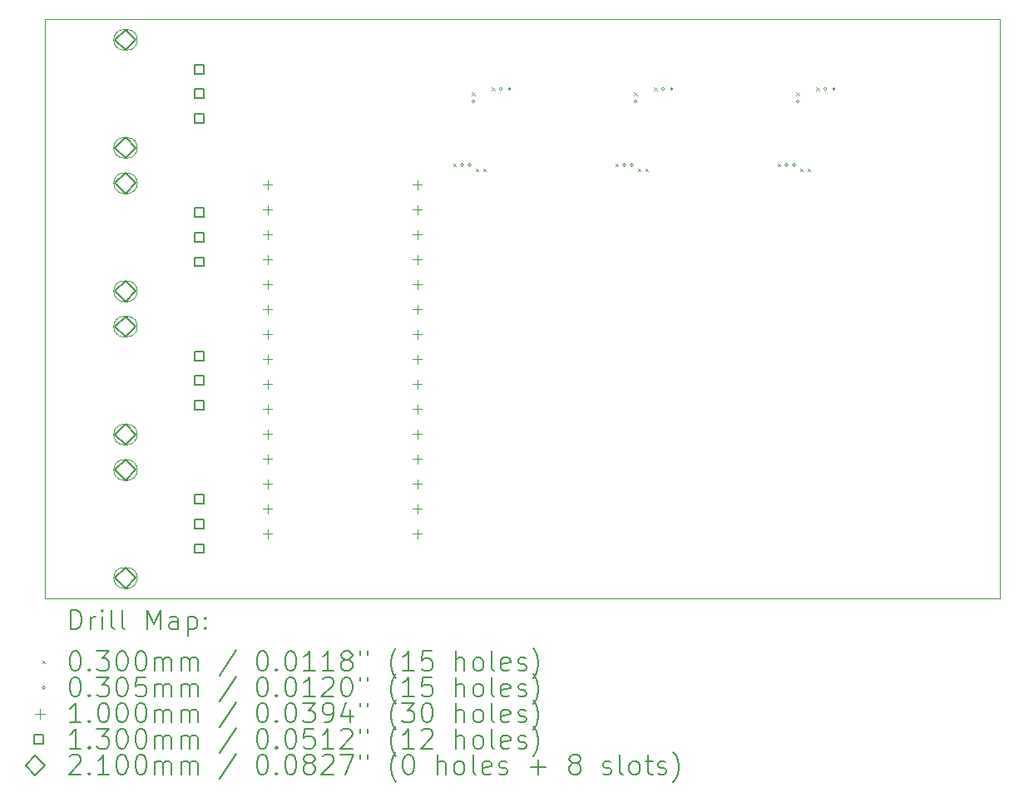
<source format=gbr>
%TF.GenerationSoftware,KiCad,Pcbnew,8.0.2*%
%TF.CreationDate,2024-10-18T13:00:18-07:00*%
%TF.ProjectId,ArmLEDsPrototype,41726d4c-4544-4735-9072-6f746f747970,rev?*%
%TF.SameCoordinates,Original*%
%TF.FileFunction,Drillmap*%
%TF.FilePolarity,Positive*%
%FSLAX45Y45*%
G04 Gerber Fmt 4.5, Leading zero omitted, Abs format (unit mm)*
G04 Created by KiCad (PCBNEW 8.0.2) date 2024-10-18 13:00:18*
%MOMM*%
%LPD*%
G01*
G04 APERTURE LIST*
%ADD10C,0.050000*%
%ADD11C,0.200000*%
%ADD12C,0.100000*%
%ADD13C,0.130000*%
%ADD14C,0.210000*%
G04 APERTURE END LIST*
D10*
X8001000Y-7493000D02*
X17716500Y-7493000D01*
X17716500Y-13398500D01*
X8001000Y-13398500D01*
X8001000Y-7493000D01*
D11*
D12*
X12151600Y-8963900D02*
X12181600Y-8993900D01*
X12181600Y-8963900D02*
X12151600Y-8993900D01*
X12342100Y-8240000D02*
X12372100Y-8270000D01*
X12372100Y-8240000D02*
X12342100Y-8270000D01*
X12380200Y-9014700D02*
X12410200Y-9044700D01*
X12410200Y-9014700D02*
X12380200Y-9044700D01*
X12456400Y-9014700D02*
X12486400Y-9044700D01*
X12486400Y-9014700D02*
X12456400Y-9044700D01*
X12545300Y-8189200D02*
X12575300Y-8219200D01*
X12575300Y-8189200D02*
X12545300Y-8219200D01*
X13802600Y-8963900D02*
X13832600Y-8993900D01*
X13832600Y-8963900D02*
X13802600Y-8993900D01*
X13993100Y-8240000D02*
X14023100Y-8270000D01*
X14023100Y-8240000D02*
X13993100Y-8270000D01*
X14031200Y-9014700D02*
X14061200Y-9044700D01*
X14061200Y-9014700D02*
X14031200Y-9044700D01*
X14107400Y-9014700D02*
X14137400Y-9044700D01*
X14137400Y-9014700D02*
X14107400Y-9044700D01*
X14196300Y-8189200D02*
X14226300Y-8219200D01*
X14226300Y-8189200D02*
X14196300Y-8219200D01*
X15453600Y-8963900D02*
X15483600Y-8993900D01*
X15483600Y-8963900D02*
X15453600Y-8993900D01*
X15644100Y-8240000D02*
X15674100Y-8270000D01*
X15674100Y-8240000D02*
X15644100Y-8270000D01*
X15682200Y-9014700D02*
X15712200Y-9044700D01*
X15712200Y-9014700D02*
X15682200Y-9044700D01*
X15758400Y-9014700D02*
X15788400Y-9044700D01*
X15788400Y-9014700D02*
X15758400Y-9044700D01*
X15847300Y-8189200D02*
X15877300Y-8219200D01*
X15877300Y-8189200D02*
X15847300Y-8219200D01*
X12258040Y-8978900D02*
G75*
G02*
X12227560Y-8978900I-15240J0D01*
G01*
X12227560Y-8978900D02*
G75*
G02*
X12258040Y-8978900I15240J0D01*
G01*
X12334240Y-8978900D02*
G75*
G02*
X12303760Y-8978900I-15240J0D01*
G01*
X12303760Y-8978900D02*
G75*
G02*
X12334240Y-8978900I15240J0D01*
G01*
X12372340Y-8331200D02*
G75*
G02*
X12341860Y-8331200I-15240J0D01*
G01*
X12341860Y-8331200D02*
G75*
G02*
X12372340Y-8331200I15240J0D01*
G01*
X12651740Y-8204200D02*
G75*
G02*
X12621260Y-8204200I-15240J0D01*
G01*
X12621260Y-8204200D02*
G75*
G02*
X12651740Y-8204200I15240J0D01*
G01*
X12740640Y-8204200D02*
G75*
G02*
X12710160Y-8204200I-15240J0D01*
G01*
X12710160Y-8204200D02*
G75*
G02*
X12740640Y-8204200I15240J0D01*
G01*
X13909040Y-8978900D02*
G75*
G02*
X13878560Y-8978900I-15240J0D01*
G01*
X13878560Y-8978900D02*
G75*
G02*
X13909040Y-8978900I15240J0D01*
G01*
X13985240Y-8978900D02*
G75*
G02*
X13954760Y-8978900I-15240J0D01*
G01*
X13954760Y-8978900D02*
G75*
G02*
X13985240Y-8978900I15240J0D01*
G01*
X14023340Y-8331200D02*
G75*
G02*
X13992860Y-8331200I-15240J0D01*
G01*
X13992860Y-8331200D02*
G75*
G02*
X14023340Y-8331200I15240J0D01*
G01*
X14302740Y-8204200D02*
G75*
G02*
X14272260Y-8204200I-15240J0D01*
G01*
X14272260Y-8204200D02*
G75*
G02*
X14302740Y-8204200I15240J0D01*
G01*
X14391640Y-8204200D02*
G75*
G02*
X14361160Y-8204200I-15240J0D01*
G01*
X14361160Y-8204200D02*
G75*
G02*
X14391640Y-8204200I15240J0D01*
G01*
X15560040Y-8978900D02*
G75*
G02*
X15529560Y-8978900I-15240J0D01*
G01*
X15529560Y-8978900D02*
G75*
G02*
X15560040Y-8978900I15240J0D01*
G01*
X15636240Y-8978900D02*
G75*
G02*
X15605760Y-8978900I-15240J0D01*
G01*
X15605760Y-8978900D02*
G75*
G02*
X15636240Y-8978900I15240J0D01*
G01*
X15674340Y-8331200D02*
G75*
G02*
X15643860Y-8331200I-15240J0D01*
G01*
X15643860Y-8331200D02*
G75*
G02*
X15674340Y-8331200I15240J0D01*
G01*
X15953740Y-8204200D02*
G75*
G02*
X15923260Y-8204200I-15240J0D01*
G01*
X15923260Y-8204200D02*
G75*
G02*
X15953740Y-8204200I15240J0D01*
G01*
X16042640Y-8204200D02*
G75*
G02*
X16012160Y-8204200I-15240J0D01*
G01*
X16012160Y-8204200D02*
G75*
G02*
X16042640Y-8204200I15240J0D01*
G01*
X10263000Y-9132500D02*
X10263000Y-9232500D01*
X10213000Y-9182500D02*
X10313000Y-9182500D01*
X10263000Y-9386500D02*
X10263000Y-9486500D01*
X10213000Y-9436500D02*
X10313000Y-9436500D01*
X10263000Y-9640500D02*
X10263000Y-9740500D01*
X10213000Y-9690500D02*
X10313000Y-9690500D01*
X10263000Y-9894500D02*
X10263000Y-9994500D01*
X10213000Y-9944500D02*
X10313000Y-9944500D01*
X10263000Y-10148500D02*
X10263000Y-10248500D01*
X10213000Y-10198500D02*
X10313000Y-10198500D01*
X10263000Y-10402500D02*
X10263000Y-10502500D01*
X10213000Y-10452500D02*
X10313000Y-10452500D01*
X10263000Y-10656500D02*
X10263000Y-10756500D01*
X10213000Y-10706500D02*
X10313000Y-10706500D01*
X10263000Y-10910500D02*
X10263000Y-11010500D01*
X10213000Y-10960500D02*
X10313000Y-10960500D01*
X10263000Y-11164500D02*
X10263000Y-11264500D01*
X10213000Y-11214500D02*
X10313000Y-11214500D01*
X10263000Y-11418500D02*
X10263000Y-11518500D01*
X10213000Y-11468500D02*
X10313000Y-11468500D01*
X10263000Y-11672500D02*
X10263000Y-11772500D01*
X10213000Y-11722500D02*
X10313000Y-11722500D01*
X10263000Y-11926500D02*
X10263000Y-12026500D01*
X10213000Y-11976500D02*
X10313000Y-11976500D01*
X10263000Y-12180500D02*
X10263000Y-12280500D01*
X10213000Y-12230500D02*
X10313000Y-12230500D01*
X10263000Y-12434500D02*
X10263000Y-12534500D01*
X10213000Y-12484500D02*
X10313000Y-12484500D01*
X10263000Y-12688500D02*
X10263000Y-12788500D01*
X10213000Y-12738500D02*
X10313000Y-12738500D01*
X11787000Y-9132500D02*
X11787000Y-9232500D01*
X11737000Y-9182500D02*
X11837000Y-9182500D01*
X11787000Y-9386500D02*
X11787000Y-9486500D01*
X11737000Y-9436500D02*
X11837000Y-9436500D01*
X11787000Y-9640500D02*
X11787000Y-9740500D01*
X11737000Y-9690500D02*
X11837000Y-9690500D01*
X11787000Y-9894500D02*
X11787000Y-9994500D01*
X11737000Y-9944500D02*
X11837000Y-9944500D01*
X11787000Y-10148500D02*
X11787000Y-10248500D01*
X11737000Y-10198500D02*
X11837000Y-10198500D01*
X11787000Y-10402500D02*
X11787000Y-10502500D01*
X11737000Y-10452500D02*
X11837000Y-10452500D01*
X11787000Y-10656500D02*
X11787000Y-10756500D01*
X11737000Y-10706500D02*
X11837000Y-10706500D01*
X11787000Y-10910500D02*
X11787000Y-11010500D01*
X11737000Y-10960500D02*
X11837000Y-10960500D01*
X11787000Y-11164500D02*
X11787000Y-11264500D01*
X11737000Y-11214500D02*
X11837000Y-11214500D01*
X11787000Y-11418500D02*
X11787000Y-11518500D01*
X11737000Y-11468500D02*
X11837000Y-11468500D01*
X11787000Y-11672500D02*
X11787000Y-11772500D01*
X11737000Y-11722500D02*
X11837000Y-11722500D01*
X11787000Y-11926500D02*
X11787000Y-12026500D01*
X11737000Y-11976500D02*
X11837000Y-11976500D01*
X11787000Y-12180500D02*
X11787000Y-12280500D01*
X11737000Y-12230500D02*
X11837000Y-12230500D01*
X11787000Y-12434500D02*
X11787000Y-12534500D01*
X11737000Y-12484500D02*
X11837000Y-12484500D01*
X11787000Y-12688500D02*
X11787000Y-12788500D01*
X11737000Y-12738500D02*
X11837000Y-12738500D01*
D13*
X9613462Y-8050962D02*
X9613462Y-7959038D01*
X9521538Y-7959038D01*
X9521538Y-8050962D01*
X9613462Y-8050962D01*
X9613462Y-8300962D02*
X9613462Y-8209038D01*
X9521538Y-8209038D01*
X9521538Y-8300962D01*
X9613462Y-8300962D01*
X9613462Y-8550962D02*
X9613462Y-8459038D01*
X9521538Y-8459038D01*
X9521538Y-8550962D01*
X9613462Y-8550962D01*
X9613462Y-9511462D02*
X9613462Y-9419538D01*
X9521538Y-9419538D01*
X9521538Y-9511462D01*
X9613462Y-9511462D01*
X9613462Y-9761462D02*
X9613462Y-9669538D01*
X9521538Y-9669538D01*
X9521538Y-9761462D01*
X9613462Y-9761462D01*
X9613462Y-10011462D02*
X9613462Y-9919538D01*
X9521538Y-9919538D01*
X9521538Y-10011462D01*
X9613462Y-10011462D01*
X9613462Y-10971962D02*
X9613462Y-10880038D01*
X9521538Y-10880038D01*
X9521538Y-10971962D01*
X9613462Y-10971962D01*
X9613462Y-11221962D02*
X9613462Y-11130038D01*
X9521538Y-11130038D01*
X9521538Y-11221962D01*
X9613462Y-11221962D01*
X9613462Y-11471962D02*
X9613462Y-11380038D01*
X9521538Y-11380038D01*
X9521538Y-11471962D01*
X9613462Y-11471962D01*
X9613462Y-12432462D02*
X9613462Y-12340538D01*
X9521538Y-12340538D01*
X9521538Y-12432462D01*
X9613462Y-12432462D01*
X9613462Y-12682462D02*
X9613462Y-12590538D01*
X9521538Y-12590538D01*
X9521538Y-12682462D01*
X9613462Y-12682462D01*
X9613462Y-12932462D02*
X9613462Y-12840538D01*
X9521538Y-12840538D01*
X9521538Y-12932462D01*
X9613462Y-12932462D01*
D14*
X8817500Y-7810000D02*
X8922500Y-7705000D01*
X8817500Y-7600000D01*
X8712500Y-7705000D01*
X8817500Y-7810000D01*
D12*
X8832500Y-7600000D02*
X8802500Y-7600000D01*
X8802500Y-7810000D02*
G75*
G02*
X8802500Y-7600000I0J105000D01*
G01*
X8802500Y-7810000D02*
X8832500Y-7810000D01*
X8832500Y-7810000D02*
G75*
G03*
X8832500Y-7600000I0J105000D01*
G01*
D14*
X8817500Y-8910000D02*
X8922500Y-8805000D01*
X8817500Y-8700000D01*
X8712500Y-8805000D01*
X8817500Y-8910000D01*
D12*
X8832500Y-8700000D02*
X8802500Y-8700000D01*
X8802500Y-8910000D02*
G75*
G02*
X8802500Y-8700000I0J105000D01*
G01*
X8802500Y-8910000D02*
X8832500Y-8910000D01*
X8832500Y-8910000D02*
G75*
G03*
X8832500Y-8700000I0J105000D01*
G01*
D14*
X8817500Y-9270500D02*
X8922500Y-9165500D01*
X8817500Y-9060500D01*
X8712500Y-9165500D01*
X8817500Y-9270500D01*
D12*
X8832500Y-9060500D02*
X8802500Y-9060500D01*
X8802500Y-9270500D02*
G75*
G02*
X8802500Y-9060500I0J105000D01*
G01*
X8802500Y-9270500D02*
X8832500Y-9270500D01*
X8832500Y-9270500D02*
G75*
G03*
X8832500Y-9060500I0J105000D01*
G01*
D14*
X8817500Y-10370500D02*
X8922500Y-10265500D01*
X8817500Y-10160500D01*
X8712500Y-10265500D01*
X8817500Y-10370500D01*
D12*
X8832500Y-10160500D02*
X8802500Y-10160500D01*
X8802500Y-10370500D02*
G75*
G02*
X8802500Y-10160500I0J105000D01*
G01*
X8802500Y-10370500D02*
X8832500Y-10370500D01*
X8832500Y-10370500D02*
G75*
G03*
X8832500Y-10160500I0J105000D01*
G01*
D14*
X8817500Y-10731000D02*
X8922500Y-10626000D01*
X8817500Y-10521000D01*
X8712500Y-10626000D01*
X8817500Y-10731000D01*
D12*
X8832500Y-10521000D02*
X8802500Y-10521000D01*
X8802500Y-10731000D02*
G75*
G02*
X8802500Y-10521000I0J105000D01*
G01*
X8802500Y-10731000D02*
X8832500Y-10731000D01*
X8832500Y-10731000D02*
G75*
G03*
X8832500Y-10521000I0J105000D01*
G01*
D14*
X8817500Y-11831000D02*
X8922500Y-11726000D01*
X8817500Y-11621000D01*
X8712500Y-11726000D01*
X8817500Y-11831000D01*
D12*
X8832500Y-11621000D02*
X8802500Y-11621000D01*
X8802500Y-11831000D02*
G75*
G02*
X8802500Y-11621000I0J105000D01*
G01*
X8802500Y-11831000D02*
X8832500Y-11831000D01*
X8832500Y-11831000D02*
G75*
G03*
X8832500Y-11621000I0J105000D01*
G01*
D14*
X8817500Y-12191500D02*
X8922500Y-12086500D01*
X8817500Y-11981500D01*
X8712500Y-12086500D01*
X8817500Y-12191500D01*
D12*
X8832500Y-11981500D02*
X8802500Y-11981500D01*
X8802500Y-12191500D02*
G75*
G02*
X8802500Y-11981500I0J105000D01*
G01*
X8802500Y-12191500D02*
X8832500Y-12191500D01*
X8832500Y-12191500D02*
G75*
G03*
X8832500Y-11981500I0J105000D01*
G01*
D14*
X8817500Y-13291500D02*
X8922500Y-13186500D01*
X8817500Y-13081500D01*
X8712500Y-13186500D01*
X8817500Y-13291500D01*
D12*
X8832500Y-13081500D02*
X8802500Y-13081500D01*
X8802500Y-13291500D02*
G75*
G02*
X8802500Y-13081500I0J105000D01*
G01*
X8802500Y-13291500D02*
X8832500Y-13291500D01*
X8832500Y-13291500D02*
G75*
G03*
X8832500Y-13081500I0J105000D01*
G01*
D11*
X8259277Y-13712484D02*
X8259277Y-13512484D01*
X8259277Y-13512484D02*
X8306896Y-13512484D01*
X8306896Y-13512484D02*
X8335467Y-13522008D01*
X8335467Y-13522008D02*
X8354515Y-13541055D01*
X8354515Y-13541055D02*
X8364039Y-13560103D01*
X8364039Y-13560103D02*
X8373562Y-13598198D01*
X8373562Y-13598198D02*
X8373562Y-13626769D01*
X8373562Y-13626769D02*
X8364039Y-13664865D01*
X8364039Y-13664865D02*
X8354515Y-13683912D01*
X8354515Y-13683912D02*
X8335467Y-13702960D01*
X8335467Y-13702960D02*
X8306896Y-13712484D01*
X8306896Y-13712484D02*
X8259277Y-13712484D01*
X8459277Y-13712484D02*
X8459277Y-13579150D01*
X8459277Y-13617246D02*
X8468801Y-13598198D01*
X8468801Y-13598198D02*
X8478324Y-13588674D01*
X8478324Y-13588674D02*
X8497372Y-13579150D01*
X8497372Y-13579150D02*
X8516420Y-13579150D01*
X8583086Y-13712484D02*
X8583086Y-13579150D01*
X8583086Y-13512484D02*
X8573563Y-13522008D01*
X8573563Y-13522008D02*
X8583086Y-13531531D01*
X8583086Y-13531531D02*
X8592610Y-13522008D01*
X8592610Y-13522008D02*
X8583086Y-13512484D01*
X8583086Y-13512484D02*
X8583086Y-13531531D01*
X8706896Y-13712484D02*
X8687848Y-13702960D01*
X8687848Y-13702960D02*
X8678324Y-13683912D01*
X8678324Y-13683912D02*
X8678324Y-13512484D01*
X8811658Y-13712484D02*
X8792610Y-13702960D01*
X8792610Y-13702960D02*
X8783086Y-13683912D01*
X8783086Y-13683912D02*
X8783086Y-13512484D01*
X9040229Y-13712484D02*
X9040229Y-13512484D01*
X9040229Y-13512484D02*
X9106896Y-13655341D01*
X9106896Y-13655341D02*
X9173563Y-13512484D01*
X9173563Y-13512484D02*
X9173563Y-13712484D01*
X9354515Y-13712484D02*
X9354515Y-13607722D01*
X9354515Y-13607722D02*
X9344991Y-13588674D01*
X9344991Y-13588674D02*
X9325944Y-13579150D01*
X9325944Y-13579150D02*
X9287848Y-13579150D01*
X9287848Y-13579150D02*
X9268801Y-13588674D01*
X9354515Y-13702960D02*
X9335467Y-13712484D01*
X9335467Y-13712484D02*
X9287848Y-13712484D01*
X9287848Y-13712484D02*
X9268801Y-13702960D01*
X9268801Y-13702960D02*
X9259277Y-13683912D01*
X9259277Y-13683912D02*
X9259277Y-13664865D01*
X9259277Y-13664865D02*
X9268801Y-13645817D01*
X9268801Y-13645817D02*
X9287848Y-13636293D01*
X9287848Y-13636293D02*
X9335467Y-13636293D01*
X9335467Y-13636293D02*
X9354515Y-13626769D01*
X9449753Y-13579150D02*
X9449753Y-13779150D01*
X9449753Y-13588674D02*
X9468801Y-13579150D01*
X9468801Y-13579150D02*
X9506896Y-13579150D01*
X9506896Y-13579150D02*
X9525944Y-13588674D01*
X9525944Y-13588674D02*
X9535467Y-13598198D01*
X9535467Y-13598198D02*
X9544991Y-13617246D01*
X9544991Y-13617246D02*
X9544991Y-13674388D01*
X9544991Y-13674388D02*
X9535467Y-13693436D01*
X9535467Y-13693436D02*
X9525944Y-13702960D01*
X9525944Y-13702960D02*
X9506896Y-13712484D01*
X9506896Y-13712484D02*
X9468801Y-13712484D01*
X9468801Y-13712484D02*
X9449753Y-13702960D01*
X9630705Y-13693436D02*
X9640229Y-13702960D01*
X9640229Y-13702960D02*
X9630705Y-13712484D01*
X9630705Y-13712484D02*
X9621182Y-13702960D01*
X9621182Y-13702960D02*
X9630705Y-13693436D01*
X9630705Y-13693436D02*
X9630705Y-13712484D01*
X9630705Y-13588674D02*
X9640229Y-13598198D01*
X9640229Y-13598198D02*
X9630705Y-13607722D01*
X9630705Y-13607722D02*
X9621182Y-13598198D01*
X9621182Y-13598198D02*
X9630705Y-13588674D01*
X9630705Y-13588674D02*
X9630705Y-13607722D01*
D12*
X7968500Y-14026000D02*
X7998500Y-14056000D01*
X7998500Y-14026000D02*
X7968500Y-14056000D01*
D11*
X8297372Y-13932484D02*
X8316420Y-13932484D01*
X8316420Y-13932484D02*
X8335467Y-13942008D01*
X8335467Y-13942008D02*
X8344991Y-13951531D01*
X8344991Y-13951531D02*
X8354515Y-13970579D01*
X8354515Y-13970579D02*
X8364039Y-14008674D01*
X8364039Y-14008674D02*
X8364039Y-14056293D01*
X8364039Y-14056293D02*
X8354515Y-14094388D01*
X8354515Y-14094388D02*
X8344991Y-14113436D01*
X8344991Y-14113436D02*
X8335467Y-14122960D01*
X8335467Y-14122960D02*
X8316420Y-14132484D01*
X8316420Y-14132484D02*
X8297372Y-14132484D01*
X8297372Y-14132484D02*
X8278324Y-14122960D01*
X8278324Y-14122960D02*
X8268801Y-14113436D01*
X8268801Y-14113436D02*
X8259277Y-14094388D01*
X8259277Y-14094388D02*
X8249753Y-14056293D01*
X8249753Y-14056293D02*
X8249753Y-14008674D01*
X8249753Y-14008674D02*
X8259277Y-13970579D01*
X8259277Y-13970579D02*
X8268801Y-13951531D01*
X8268801Y-13951531D02*
X8278324Y-13942008D01*
X8278324Y-13942008D02*
X8297372Y-13932484D01*
X8449753Y-14113436D02*
X8459277Y-14122960D01*
X8459277Y-14122960D02*
X8449753Y-14132484D01*
X8449753Y-14132484D02*
X8440229Y-14122960D01*
X8440229Y-14122960D02*
X8449753Y-14113436D01*
X8449753Y-14113436D02*
X8449753Y-14132484D01*
X8525944Y-13932484D02*
X8649753Y-13932484D01*
X8649753Y-13932484D02*
X8583086Y-14008674D01*
X8583086Y-14008674D02*
X8611658Y-14008674D01*
X8611658Y-14008674D02*
X8630705Y-14018198D01*
X8630705Y-14018198D02*
X8640229Y-14027722D01*
X8640229Y-14027722D02*
X8649753Y-14046769D01*
X8649753Y-14046769D02*
X8649753Y-14094388D01*
X8649753Y-14094388D02*
X8640229Y-14113436D01*
X8640229Y-14113436D02*
X8630705Y-14122960D01*
X8630705Y-14122960D02*
X8611658Y-14132484D01*
X8611658Y-14132484D02*
X8554515Y-14132484D01*
X8554515Y-14132484D02*
X8535467Y-14122960D01*
X8535467Y-14122960D02*
X8525944Y-14113436D01*
X8773563Y-13932484D02*
X8792610Y-13932484D01*
X8792610Y-13932484D02*
X8811658Y-13942008D01*
X8811658Y-13942008D02*
X8821182Y-13951531D01*
X8821182Y-13951531D02*
X8830705Y-13970579D01*
X8830705Y-13970579D02*
X8840229Y-14008674D01*
X8840229Y-14008674D02*
X8840229Y-14056293D01*
X8840229Y-14056293D02*
X8830705Y-14094388D01*
X8830705Y-14094388D02*
X8821182Y-14113436D01*
X8821182Y-14113436D02*
X8811658Y-14122960D01*
X8811658Y-14122960D02*
X8792610Y-14132484D01*
X8792610Y-14132484D02*
X8773563Y-14132484D01*
X8773563Y-14132484D02*
X8754515Y-14122960D01*
X8754515Y-14122960D02*
X8744991Y-14113436D01*
X8744991Y-14113436D02*
X8735467Y-14094388D01*
X8735467Y-14094388D02*
X8725944Y-14056293D01*
X8725944Y-14056293D02*
X8725944Y-14008674D01*
X8725944Y-14008674D02*
X8735467Y-13970579D01*
X8735467Y-13970579D02*
X8744991Y-13951531D01*
X8744991Y-13951531D02*
X8754515Y-13942008D01*
X8754515Y-13942008D02*
X8773563Y-13932484D01*
X8964039Y-13932484D02*
X8983086Y-13932484D01*
X8983086Y-13932484D02*
X9002134Y-13942008D01*
X9002134Y-13942008D02*
X9011658Y-13951531D01*
X9011658Y-13951531D02*
X9021182Y-13970579D01*
X9021182Y-13970579D02*
X9030705Y-14008674D01*
X9030705Y-14008674D02*
X9030705Y-14056293D01*
X9030705Y-14056293D02*
X9021182Y-14094388D01*
X9021182Y-14094388D02*
X9011658Y-14113436D01*
X9011658Y-14113436D02*
X9002134Y-14122960D01*
X9002134Y-14122960D02*
X8983086Y-14132484D01*
X8983086Y-14132484D02*
X8964039Y-14132484D01*
X8964039Y-14132484D02*
X8944991Y-14122960D01*
X8944991Y-14122960D02*
X8935467Y-14113436D01*
X8935467Y-14113436D02*
X8925944Y-14094388D01*
X8925944Y-14094388D02*
X8916420Y-14056293D01*
X8916420Y-14056293D02*
X8916420Y-14008674D01*
X8916420Y-14008674D02*
X8925944Y-13970579D01*
X8925944Y-13970579D02*
X8935467Y-13951531D01*
X8935467Y-13951531D02*
X8944991Y-13942008D01*
X8944991Y-13942008D02*
X8964039Y-13932484D01*
X9116420Y-14132484D02*
X9116420Y-13999150D01*
X9116420Y-14018198D02*
X9125944Y-14008674D01*
X9125944Y-14008674D02*
X9144991Y-13999150D01*
X9144991Y-13999150D02*
X9173563Y-13999150D01*
X9173563Y-13999150D02*
X9192610Y-14008674D01*
X9192610Y-14008674D02*
X9202134Y-14027722D01*
X9202134Y-14027722D02*
X9202134Y-14132484D01*
X9202134Y-14027722D02*
X9211658Y-14008674D01*
X9211658Y-14008674D02*
X9230705Y-13999150D01*
X9230705Y-13999150D02*
X9259277Y-13999150D01*
X9259277Y-13999150D02*
X9278325Y-14008674D01*
X9278325Y-14008674D02*
X9287848Y-14027722D01*
X9287848Y-14027722D02*
X9287848Y-14132484D01*
X9383086Y-14132484D02*
X9383086Y-13999150D01*
X9383086Y-14018198D02*
X9392610Y-14008674D01*
X9392610Y-14008674D02*
X9411658Y-13999150D01*
X9411658Y-13999150D02*
X9440229Y-13999150D01*
X9440229Y-13999150D02*
X9459277Y-14008674D01*
X9459277Y-14008674D02*
X9468801Y-14027722D01*
X9468801Y-14027722D02*
X9468801Y-14132484D01*
X9468801Y-14027722D02*
X9478325Y-14008674D01*
X9478325Y-14008674D02*
X9497372Y-13999150D01*
X9497372Y-13999150D02*
X9525944Y-13999150D01*
X9525944Y-13999150D02*
X9544991Y-14008674D01*
X9544991Y-14008674D02*
X9554515Y-14027722D01*
X9554515Y-14027722D02*
X9554515Y-14132484D01*
X9944991Y-13922960D02*
X9773563Y-14180103D01*
X10202134Y-13932484D02*
X10221182Y-13932484D01*
X10221182Y-13932484D02*
X10240229Y-13942008D01*
X10240229Y-13942008D02*
X10249753Y-13951531D01*
X10249753Y-13951531D02*
X10259277Y-13970579D01*
X10259277Y-13970579D02*
X10268801Y-14008674D01*
X10268801Y-14008674D02*
X10268801Y-14056293D01*
X10268801Y-14056293D02*
X10259277Y-14094388D01*
X10259277Y-14094388D02*
X10249753Y-14113436D01*
X10249753Y-14113436D02*
X10240229Y-14122960D01*
X10240229Y-14122960D02*
X10221182Y-14132484D01*
X10221182Y-14132484D02*
X10202134Y-14132484D01*
X10202134Y-14132484D02*
X10183087Y-14122960D01*
X10183087Y-14122960D02*
X10173563Y-14113436D01*
X10173563Y-14113436D02*
X10164039Y-14094388D01*
X10164039Y-14094388D02*
X10154515Y-14056293D01*
X10154515Y-14056293D02*
X10154515Y-14008674D01*
X10154515Y-14008674D02*
X10164039Y-13970579D01*
X10164039Y-13970579D02*
X10173563Y-13951531D01*
X10173563Y-13951531D02*
X10183087Y-13942008D01*
X10183087Y-13942008D02*
X10202134Y-13932484D01*
X10354515Y-14113436D02*
X10364039Y-14122960D01*
X10364039Y-14122960D02*
X10354515Y-14132484D01*
X10354515Y-14132484D02*
X10344991Y-14122960D01*
X10344991Y-14122960D02*
X10354515Y-14113436D01*
X10354515Y-14113436D02*
X10354515Y-14132484D01*
X10487848Y-13932484D02*
X10506896Y-13932484D01*
X10506896Y-13932484D02*
X10525944Y-13942008D01*
X10525944Y-13942008D02*
X10535468Y-13951531D01*
X10535468Y-13951531D02*
X10544991Y-13970579D01*
X10544991Y-13970579D02*
X10554515Y-14008674D01*
X10554515Y-14008674D02*
X10554515Y-14056293D01*
X10554515Y-14056293D02*
X10544991Y-14094388D01*
X10544991Y-14094388D02*
X10535468Y-14113436D01*
X10535468Y-14113436D02*
X10525944Y-14122960D01*
X10525944Y-14122960D02*
X10506896Y-14132484D01*
X10506896Y-14132484D02*
X10487848Y-14132484D01*
X10487848Y-14132484D02*
X10468801Y-14122960D01*
X10468801Y-14122960D02*
X10459277Y-14113436D01*
X10459277Y-14113436D02*
X10449753Y-14094388D01*
X10449753Y-14094388D02*
X10440229Y-14056293D01*
X10440229Y-14056293D02*
X10440229Y-14008674D01*
X10440229Y-14008674D02*
X10449753Y-13970579D01*
X10449753Y-13970579D02*
X10459277Y-13951531D01*
X10459277Y-13951531D02*
X10468801Y-13942008D01*
X10468801Y-13942008D02*
X10487848Y-13932484D01*
X10744991Y-14132484D02*
X10630706Y-14132484D01*
X10687848Y-14132484D02*
X10687848Y-13932484D01*
X10687848Y-13932484D02*
X10668801Y-13961055D01*
X10668801Y-13961055D02*
X10649753Y-13980103D01*
X10649753Y-13980103D02*
X10630706Y-13989627D01*
X10935468Y-14132484D02*
X10821182Y-14132484D01*
X10878325Y-14132484D02*
X10878325Y-13932484D01*
X10878325Y-13932484D02*
X10859277Y-13961055D01*
X10859277Y-13961055D02*
X10840229Y-13980103D01*
X10840229Y-13980103D02*
X10821182Y-13989627D01*
X11049753Y-14018198D02*
X11030706Y-14008674D01*
X11030706Y-14008674D02*
X11021182Y-13999150D01*
X11021182Y-13999150D02*
X11011658Y-13980103D01*
X11011658Y-13980103D02*
X11011658Y-13970579D01*
X11011658Y-13970579D02*
X11021182Y-13951531D01*
X11021182Y-13951531D02*
X11030706Y-13942008D01*
X11030706Y-13942008D02*
X11049753Y-13932484D01*
X11049753Y-13932484D02*
X11087849Y-13932484D01*
X11087849Y-13932484D02*
X11106896Y-13942008D01*
X11106896Y-13942008D02*
X11116420Y-13951531D01*
X11116420Y-13951531D02*
X11125944Y-13970579D01*
X11125944Y-13970579D02*
X11125944Y-13980103D01*
X11125944Y-13980103D02*
X11116420Y-13999150D01*
X11116420Y-13999150D02*
X11106896Y-14008674D01*
X11106896Y-14008674D02*
X11087849Y-14018198D01*
X11087849Y-14018198D02*
X11049753Y-14018198D01*
X11049753Y-14018198D02*
X11030706Y-14027722D01*
X11030706Y-14027722D02*
X11021182Y-14037246D01*
X11021182Y-14037246D02*
X11011658Y-14056293D01*
X11011658Y-14056293D02*
X11011658Y-14094388D01*
X11011658Y-14094388D02*
X11021182Y-14113436D01*
X11021182Y-14113436D02*
X11030706Y-14122960D01*
X11030706Y-14122960D02*
X11049753Y-14132484D01*
X11049753Y-14132484D02*
X11087849Y-14132484D01*
X11087849Y-14132484D02*
X11106896Y-14122960D01*
X11106896Y-14122960D02*
X11116420Y-14113436D01*
X11116420Y-14113436D02*
X11125944Y-14094388D01*
X11125944Y-14094388D02*
X11125944Y-14056293D01*
X11125944Y-14056293D02*
X11116420Y-14037246D01*
X11116420Y-14037246D02*
X11106896Y-14027722D01*
X11106896Y-14027722D02*
X11087849Y-14018198D01*
X11202134Y-13932484D02*
X11202134Y-13970579D01*
X11278325Y-13932484D02*
X11278325Y-13970579D01*
X11573563Y-14208674D02*
X11564039Y-14199150D01*
X11564039Y-14199150D02*
X11544991Y-14170579D01*
X11544991Y-14170579D02*
X11535468Y-14151531D01*
X11535468Y-14151531D02*
X11525944Y-14122960D01*
X11525944Y-14122960D02*
X11516420Y-14075341D01*
X11516420Y-14075341D02*
X11516420Y-14037246D01*
X11516420Y-14037246D02*
X11525944Y-13989627D01*
X11525944Y-13989627D02*
X11535468Y-13961055D01*
X11535468Y-13961055D02*
X11544991Y-13942008D01*
X11544991Y-13942008D02*
X11564039Y-13913436D01*
X11564039Y-13913436D02*
X11573563Y-13903912D01*
X11754515Y-14132484D02*
X11640229Y-14132484D01*
X11697372Y-14132484D02*
X11697372Y-13932484D01*
X11697372Y-13932484D02*
X11678325Y-13961055D01*
X11678325Y-13961055D02*
X11659277Y-13980103D01*
X11659277Y-13980103D02*
X11640229Y-13989627D01*
X11935468Y-13932484D02*
X11840229Y-13932484D01*
X11840229Y-13932484D02*
X11830706Y-14027722D01*
X11830706Y-14027722D02*
X11840229Y-14018198D01*
X11840229Y-14018198D02*
X11859277Y-14008674D01*
X11859277Y-14008674D02*
X11906896Y-14008674D01*
X11906896Y-14008674D02*
X11925944Y-14018198D01*
X11925944Y-14018198D02*
X11935468Y-14027722D01*
X11935468Y-14027722D02*
X11944991Y-14046769D01*
X11944991Y-14046769D02*
X11944991Y-14094388D01*
X11944991Y-14094388D02*
X11935468Y-14113436D01*
X11935468Y-14113436D02*
X11925944Y-14122960D01*
X11925944Y-14122960D02*
X11906896Y-14132484D01*
X11906896Y-14132484D02*
X11859277Y-14132484D01*
X11859277Y-14132484D02*
X11840229Y-14122960D01*
X11840229Y-14122960D02*
X11830706Y-14113436D01*
X12183087Y-14132484D02*
X12183087Y-13932484D01*
X12268801Y-14132484D02*
X12268801Y-14027722D01*
X12268801Y-14027722D02*
X12259277Y-14008674D01*
X12259277Y-14008674D02*
X12240230Y-13999150D01*
X12240230Y-13999150D02*
X12211658Y-13999150D01*
X12211658Y-13999150D02*
X12192610Y-14008674D01*
X12192610Y-14008674D02*
X12183087Y-14018198D01*
X12392610Y-14132484D02*
X12373563Y-14122960D01*
X12373563Y-14122960D02*
X12364039Y-14113436D01*
X12364039Y-14113436D02*
X12354515Y-14094388D01*
X12354515Y-14094388D02*
X12354515Y-14037246D01*
X12354515Y-14037246D02*
X12364039Y-14018198D01*
X12364039Y-14018198D02*
X12373563Y-14008674D01*
X12373563Y-14008674D02*
X12392610Y-13999150D01*
X12392610Y-13999150D02*
X12421182Y-13999150D01*
X12421182Y-13999150D02*
X12440230Y-14008674D01*
X12440230Y-14008674D02*
X12449753Y-14018198D01*
X12449753Y-14018198D02*
X12459277Y-14037246D01*
X12459277Y-14037246D02*
X12459277Y-14094388D01*
X12459277Y-14094388D02*
X12449753Y-14113436D01*
X12449753Y-14113436D02*
X12440230Y-14122960D01*
X12440230Y-14122960D02*
X12421182Y-14132484D01*
X12421182Y-14132484D02*
X12392610Y-14132484D01*
X12573563Y-14132484D02*
X12554515Y-14122960D01*
X12554515Y-14122960D02*
X12544991Y-14103912D01*
X12544991Y-14103912D02*
X12544991Y-13932484D01*
X12725944Y-14122960D02*
X12706896Y-14132484D01*
X12706896Y-14132484D02*
X12668801Y-14132484D01*
X12668801Y-14132484D02*
X12649753Y-14122960D01*
X12649753Y-14122960D02*
X12640230Y-14103912D01*
X12640230Y-14103912D02*
X12640230Y-14027722D01*
X12640230Y-14027722D02*
X12649753Y-14008674D01*
X12649753Y-14008674D02*
X12668801Y-13999150D01*
X12668801Y-13999150D02*
X12706896Y-13999150D01*
X12706896Y-13999150D02*
X12725944Y-14008674D01*
X12725944Y-14008674D02*
X12735468Y-14027722D01*
X12735468Y-14027722D02*
X12735468Y-14046769D01*
X12735468Y-14046769D02*
X12640230Y-14065817D01*
X12811658Y-14122960D02*
X12830706Y-14132484D01*
X12830706Y-14132484D02*
X12868801Y-14132484D01*
X12868801Y-14132484D02*
X12887849Y-14122960D01*
X12887849Y-14122960D02*
X12897372Y-14103912D01*
X12897372Y-14103912D02*
X12897372Y-14094388D01*
X12897372Y-14094388D02*
X12887849Y-14075341D01*
X12887849Y-14075341D02*
X12868801Y-14065817D01*
X12868801Y-14065817D02*
X12840230Y-14065817D01*
X12840230Y-14065817D02*
X12821182Y-14056293D01*
X12821182Y-14056293D02*
X12811658Y-14037246D01*
X12811658Y-14037246D02*
X12811658Y-14027722D01*
X12811658Y-14027722D02*
X12821182Y-14008674D01*
X12821182Y-14008674D02*
X12840230Y-13999150D01*
X12840230Y-13999150D02*
X12868801Y-13999150D01*
X12868801Y-13999150D02*
X12887849Y-14008674D01*
X12964039Y-14208674D02*
X12973563Y-14199150D01*
X12973563Y-14199150D02*
X12992611Y-14170579D01*
X12992611Y-14170579D02*
X13002134Y-14151531D01*
X13002134Y-14151531D02*
X13011658Y-14122960D01*
X13011658Y-14122960D02*
X13021182Y-14075341D01*
X13021182Y-14075341D02*
X13021182Y-14037246D01*
X13021182Y-14037246D02*
X13011658Y-13989627D01*
X13011658Y-13989627D02*
X13002134Y-13961055D01*
X13002134Y-13961055D02*
X12992611Y-13942008D01*
X12992611Y-13942008D02*
X12973563Y-13913436D01*
X12973563Y-13913436D02*
X12964039Y-13903912D01*
D12*
X7998500Y-14305000D02*
G75*
G02*
X7968020Y-14305000I-15240J0D01*
G01*
X7968020Y-14305000D02*
G75*
G02*
X7998500Y-14305000I15240J0D01*
G01*
D11*
X8297372Y-14196484D02*
X8316420Y-14196484D01*
X8316420Y-14196484D02*
X8335467Y-14206008D01*
X8335467Y-14206008D02*
X8344991Y-14215531D01*
X8344991Y-14215531D02*
X8354515Y-14234579D01*
X8354515Y-14234579D02*
X8364039Y-14272674D01*
X8364039Y-14272674D02*
X8364039Y-14320293D01*
X8364039Y-14320293D02*
X8354515Y-14358388D01*
X8354515Y-14358388D02*
X8344991Y-14377436D01*
X8344991Y-14377436D02*
X8335467Y-14386960D01*
X8335467Y-14386960D02*
X8316420Y-14396484D01*
X8316420Y-14396484D02*
X8297372Y-14396484D01*
X8297372Y-14396484D02*
X8278324Y-14386960D01*
X8278324Y-14386960D02*
X8268801Y-14377436D01*
X8268801Y-14377436D02*
X8259277Y-14358388D01*
X8259277Y-14358388D02*
X8249753Y-14320293D01*
X8249753Y-14320293D02*
X8249753Y-14272674D01*
X8249753Y-14272674D02*
X8259277Y-14234579D01*
X8259277Y-14234579D02*
X8268801Y-14215531D01*
X8268801Y-14215531D02*
X8278324Y-14206008D01*
X8278324Y-14206008D02*
X8297372Y-14196484D01*
X8449753Y-14377436D02*
X8459277Y-14386960D01*
X8459277Y-14386960D02*
X8449753Y-14396484D01*
X8449753Y-14396484D02*
X8440229Y-14386960D01*
X8440229Y-14386960D02*
X8449753Y-14377436D01*
X8449753Y-14377436D02*
X8449753Y-14396484D01*
X8525944Y-14196484D02*
X8649753Y-14196484D01*
X8649753Y-14196484D02*
X8583086Y-14272674D01*
X8583086Y-14272674D02*
X8611658Y-14272674D01*
X8611658Y-14272674D02*
X8630705Y-14282198D01*
X8630705Y-14282198D02*
X8640229Y-14291722D01*
X8640229Y-14291722D02*
X8649753Y-14310769D01*
X8649753Y-14310769D02*
X8649753Y-14358388D01*
X8649753Y-14358388D02*
X8640229Y-14377436D01*
X8640229Y-14377436D02*
X8630705Y-14386960D01*
X8630705Y-14386960D02*
X8611658Y-14396484D01*
X8611658Y-14396484D02*
X8554515Y-14396484D01*
X8554515Y-14396484D02*
X8535467Y-14386960D01*
X8535467Y-14386960D02*
X8525944Y-14377436D01*
X8773563Y-14196484D02*
X8792610Y-14196484D01*
X8792610Y-14196484D02*
X8811658Y-14206008D01*
X8811658Y-14206008D02*
X8821182Y-14215531D01*
X8821182Y-14215531D02*
X8830705Y-14234579D01*
X8830705Y-14234579D02*
X8840229Y-14272674D01*
X8840229Y-14272674D02*
X8840229Y-14320293D01*
X8840229Y-14320293D02*
X8830705Y-14358388D01*
X8830705Y-14358388D02*
X8821182Y-14377436D01*
X8821182Y-14377436D02*
X8811658Y-14386960D01*
X8811658Y-14386960D02*
X8792610Y-14396484D01*
X8792610Y-14396484D02*
X8773563Y-14396484D01*
X8773563Y-14396484D02*
X8754515Y-14386960D01*
X8754515Y-14386960D02*
X8744991Y-14377436D01*
X8744991Y-14377436D02*
X8735467Y-14358388D01*
X8735467Y-14358388D02*
X8725944Y-14320293D01*
X8725944Y-14320293D02*
X8725944Y-14272674D01*
X8725944Y-14272674D02*
X8735467Y-14234579D01*
X8735467Y-14234579D02*
X8744991Y-14215531D01*
X8744991Y-14215531D02*
X8754515Y-14206008D01*
X8754515Y-14206008D02*
X8773563Y-14196484D01*
X9021182Y-14196484D02*
X8925944Y-14196484D01*
X8925944Y-14196484D02*
X8916420Y-14291722D01*
X8916420Y-14291722D02*
X8925944Y-14282198D01*
X8925944Y-14282198D02*
X8944991Y-14272674D01*
X8944991Y-14272674D02*
X8992610Y-14272674D01*
X8992610Y-14272674D02*
X9011658Y-14282198D01*
X9011658Y-14282198D02*
X9021182Y-14291722D01*
X9021182Y-14291722D02*
X9030705Y-14310769D01*
X9030705Y-14310769D02*
X9030705Y-14358388D01*
X9030705Y-14358388D02*
X9021182Y-14377436D01*
X9021182Y-14377436D02*
X9011658Y-14386960D01*
X9011658Y-14386960D02*
X8992610Y-14396484D01*
X8992610Y-14396484D02*
X8944991Y-14396484D01*
X8944991Y-14396484D02*
X8925944Y-14386960D01*
X8925944Y-14386960D02*
X8916420Y-14377436D01*
X9116420Y-14396484D02*
X9116420Y-14263150D01*
X9116420Y-14282198D02*
X9125944Y-14272674D01*
X9125944Y-14272674D02*
X9144991Y-14263150D01*
X9144991Y-14263150D02*
X9173563Y-14263150D01*
X9173563Y-14263150D02*
X9192610Y-14272674D01*
X9192610Y-14272674D02*
X9202134Y-14291722D01*
X9202134Y-14291722D02*
X9202134Y-14396484D01*
X9202134Y-14291722D02*
X9211658Y-14272674D01*
X9211658Y-14272674D02*
X9230705Y-14263150D01*
X9230705Y-14263150D02*
X9259277Y-14263150D01*
X9259277Y-14263150D02*
X9278325Y-14272674D01*
X9278325Y-14272674D02*
X9287848Y-14291722D01*
X9287848Y-14291722D02*
X9287848Y-14396484D01*
X9383086Y-14396484D02*
X9383086Y-14263150D01*
X9383086Y-14282198D02*
X9392610Y-14272674D01*
X9392610Y-14272674D02*
X9411658Y-14263150D01*
X9411658Y-14263150D02*
X9440229Y-14263150D01*
X9440229Y-14263150D02*
X9459277Y-14272674D01*
X9459277Y-14272674D02*
X9468801Y-14291722D01*
X9468801Y-14291722D02*
X9468801Y-14396484D01*
X9468801Y-14291722D02*
X9478325Y-14272674D01*
X9478325Y-14272674D02*
X9497372Y-14263150D01*
X9497372Y-14263150D02*
X9525944Y-14263150D01*
X9525944Y-14263150D02*
X9544991Y-14272674D01*
X9544991Y-14272674D02*
X9554515Y-14291722D01*
X9554515Y-14291722D02*
X9554515Y-14396484D01*
X9944991Y-14186960D02*
X9773563Y-14444103D01*
X10202134Y-14196484D02*
X10221182Y-14196484D01*
X10221182Y-14196484D02*
X10240229Y-14206008D01*
X10240229Y-14206008D02*
X10249753Y-14215531D01*
X10249753Y-14215531D02*
X10259277Y-14234579D01*
X10259277Y-14234579D02*
X10268801Y-14272674D01*
X10268801Y-14272674D02*
X10268801Y-14320293D01*
X10268801Y-14320293D02*
X10259277Y-14358388D01*
X10259277Y-14358388D02*
X10249753Y-14377436D01*
X10249753Y-14377436D02*
X10240229Y-14386960D01*
X10240229Y-14386960D02*
X10221182Y-14396484D01*
X10221182Y-14396484D02*
X10202134Y-14396484D01*
X10202134Y-14396484D02*
X10183087Y-14386960D01*
X10183087Y-14386960D02*
X10173563Y-14377436D01*
X10173563Y-14377436D02*
X10164039Y-14358388D01*
X10164039Y-14358388D02*
X10154515Y-14320293D01*
X10154515Y-14320293D02*
X10154515Y-14272674D01*
X10154515Y-14272674D02*
X10164039Y-14234579D01*
X10164039Y-14234579D02*
X10173563Y-14215531D01*
X10173563Y-14215531D02*
X10183087Y-14206008D01*
X10183087Y-14206008D02*
X10202134Y-14196484D01*
X10354515Y-14377436D02*
X10364039Y-14386960D01*
X10364039Y-14386960D02*
X10354515Y-14396484D01*
X10354515Y-14396484D02*
X10344991Y-14386960D01*
X10344991Y-14386960D02*
X10354515Y-14377436D01*
X10354515Y-14377436D02*
X10354515Y-14396484D01*
X10487848Y-14196484D02*
X10506896Y-14196484D01*
X10506896Y-14196484D02*
X10525944Y-14206008D01*
X10525944Y-14206008D02*
X10535468Y-14215531D01*
X10535468Y-14215531D02*
X10544991Y-14234579D01*
X10544991Y-14234579D02*
X10554515Y-14272674D01*
X10554515Y-14272674D02*
X10554515Y-14320293D01*
X10554515Y-14320293D02*
X10544991Y-14358388D01*
X10544991Y-14358388D02*
X10535468Y-14377436D01*
X10535468Y-14377436D02*
X10525944Y-14386960D01*
X10525944Y-14386960D02*
X10506896Y-14396484D01*
X10506896Y-14396484D02*
X10487848Y-14396484D01*
X10487848Y-14396484D02*
X10468801Y-14386960D01*
X10468801Y-14386960D02*
X10459277Y-14377436D01*
X10459277Y-14377436D02*
X10449753Y-14358388D01*
X10449753Y-14358388D02*
X10440229Y-14320293D01*
X10440229Y-14320293D02*
X10440229Y-14272674D01*
X10440229Y-14272674D02*
X10449753Y-14234579D01*
X10449753Y-14234579D02*
X10459277Y-14215531D01*
X10459277Y-14215531D02*
X10468801Y-14206008D01*
X10468801Y-14206008D02*
X10487848Y-14196484D01*
X10744991Y-14396484D02*
X10630706Y-14396484D01*
X10687848Y-14396484D02*
X10687848Y-14196484D01*
X10687848Y-14196484D02*
X10668801Y-14225055D01*
X10668801Y-14225055D02*
X10649753Y-14244103D01*
X10649753Y-14244103D02*
X10630706Y-14253627D01*
X10821182Y-14215531D02*
X10830706Y-14206008D01*
X10830706Y-14206008D02*
X10849753Y-14196484D01*
X10849753Y-14196484D02*
X10897372Y-14196484D01*
X10897372Y-14196484D02*
X10916420Y-14206008D01*
X10916420Y-14206008D02*
X10925944Y-14215531D01*
X10925944Y-14215531D02*
X10935468Y-14234579D01*
X10935468Y-14234579D02*
X10935468Y-14253627D01*
X10935468Y-14253627D02*
X10925944Y-14282198D01*
X10925944Y-14282198D02*
X10811658Y-14396484D01*
X10811658Y-14396484D02*
X10935468Y-14396484D01*
X11059277Y-14196484D02*
X11078325Y-14196484D01*
X11078325Y-14196484D02*
X11097372Y-14206008D01*
X11097372Y-14206008D02*
X11106896Y-14215531D01*
X11106896Y-14215531D02*
X11116420Y-14234579D01*
X11116420Y-14234579D02*
X11125944Y-14272674D01*
X11125944Y-14272674D02*
X11125944Y-14320293D01*
X11125944Y-14320293D02*
X11116420Y-14358388D01*
X11116420Y-14358388D02*
X11106896Y-14377436D01*
X11106896Y-14377436D02*
X11097372Y-14386960D01*
X11097372Y-14386960D02*
X11078325Y-14396484D01*
X11078325Y-14396484D02*
X11059277Y-14396484D01*
X11059277Y-14396484D02*
X11040229Y-14386960D01*
X11040229Y-14386960D02*
X11030706Y-14377436D01*
X11030706Y-14377436D02*
X11021182Y-14358388D01*
X11021182Y-14358388D02*
X11011658Y-14320293D01*
X11011658Y-14320293D02*
X11011658Y-14272674D01*
X11011658Y-14272674D02*
X11021182Y-14234579D01*
X11021182Y-14234579D02*
X11030706Y-14215531D01*
X11030706Y-14215531D02*
X11040229Y-14206008D01*
X11040229Y-14206008D02*
X11059277Y-14196484D01*
X11202134Y-14196484D02*
X11202134Y-14234579D01*
X11278325Y-14196484D02*
X11278325Y-14234579D01*
X11573563Y-14472674D02*
X11564039Y-14463150D01*
X11564039Y-14463150D02*
X11544991Y-14434579D01*
X11544991Y-14434579D02*
X11535468Y-14415531D01*
X11535468Y-14415531D02*
X11525944Y-14386960D01*
X11525944Y-14386960D02*
X11516420Y-14339341D01*
X11516420Y-14339341D02*
X11516420Y-14301246D01*
X11516420Y-14301246D02*
X11525944Y-14253627D01*
X11525944Y-14253627D02*
X11535468Y-14225055D01*
X11535468Y-14225055D02*
X11544991Y-14206008D01*
X11544991Y-14206008D02*
X11564039Y-14177436D01*
X11564039Y-14177436D02*
X11573563Y-14167912D01*
X11754515Y-14396484D02*
X11640229Y-14396484D01*
X11697372Y-14396484D02*
X11697372Y-14196484D01*
X11697372Y-14196484D02*
X11678325Y-14225055D01*
X11678325Y-14225055D02*
X11659277Y-14244103D01*
X11659277Y-14244103D02*
X11640229Y-14253627D01*
X11935468Y-14196484D02*
X11840229Y-14196484D01*
X11840229Y-14196484D02*
X11830706Y-14291722D01*
X11830706Y-14291722D02*
X11840229Y-14282198D01*
X11840229Y-14282198D02*
X11859277Y-14272674D01*
X11859277Y-14272674D02*
X11906896Y-14272674D01*
X11906896Y-14272674D02*
X11925944Y-14282198D01*
X11925944Y-14282198D02*
X11935468Y-14291722D01*
X11935468Y-14291722D02*
X11944991Y-14310769D01*
X11944991Y-14310769D02*
X11944991Y-14358388D01*
X11944991Y-14358388D02*
X11935468Y-14377436D01*
X11935468Y-14377436D02*
X11925944Y-14386960D01*
X11925944Y-14386960D02*
X11906896Y-14396484D01*
X11906896Y-14396484D02*
X11859277Y-14396484D01*
X11859277Y-14396484D02*
X11840229Y-14386960D01*
X11840229Y-14386960D02*
X11830706Y-14377436D01*
X12183087Y-14396484D02*
X12183087Y-14196484D01*
X12268801Y-14396484D02*
X12268801Y-14291722D01*
X12268801Y-14291722D02*
X12259277Y-14272674D01*
X12259277Y-14272674D02*
X12240230Y-14263150D01*
X12240230Y-14263150D02*
X12211658Y-14263150D01*
X12211658Y-14263150D02*
X12192610Y-14272674D01*
X12192610Y-14272674D02*
X12183087Y-14282198D01*
X12392610Y-14396484D02*
X12373563Y-14386960D01*
X12373563Y-14386960D02*
X12364039Y-14377436D01*
X12364039Y-14377436D02*
X12354515Y-14358388D01*
X12354515Y-14358388D02*
X12354515Y-14301246D01*
X12354515Y-14301246D02*
X12364039Y-14282198D01*
X12364039Y-14282198D02*
X12373563Y-14272674D01*
X12373563Y-14272674D02*
X12392610Y-14263150D01*
X12392610Y-14263150D02*
X12421182Y-14263150D01*
X12421182Y-14263150D02*
X12440230Y-14272674D01*
X12440230Y-14272674D02*
X12449753Y-14282198D01*
X12449753Y-14282198D02*
X12459277Y-14301246D01*
X12459277Y-14301246D02*
X12459277Y-14358388D01*
X12459277Y-14358388D02*
X12449753Y-14377436D01*
X12449753Y-14377436D02*
X12440230Y-14386960D01*
X12440230Y-14386960D02*
X12421182Y-14396484D01*
X12421182Y-14396484D02*
X12392610Y-14396484D01*
X12573563Y-14396484D02*
X12554515Y-14386960D01*
X12554515Y-14386960D02*
X12544991Y-14367912D01*
X12544991Y-14367912D02*
X12544991Y-14196484D01*
X12725944Y-14386960D02*
X12706896Y-14396484D01*
X12706896Y-14396484D02*
X12668801Y-14396484D01*
X12668801Y-14396484D02*
X12649753Y-14386960D01*
X12649753Y-14386960D02*
X12640230Y-14367912D01*
X12640230Y-14367912D02*
X12640230Y-14291722D01*
X12640230Y-14291722D02*
X12649753Y-14272674D01*
X12649753Y-14272674D02*
X12668801Y-14263150D01*
X12668801Y-14263150D02*
X12706896Y-14263150D01*
X12706896Y-14263150D02*
X12725944Y-14272674D01*
X12725944Y-14272674D02*
X12735468Y-14291722D01*
X12735468Y-14291722D02*
X12735468Y-14310769D01*
X12735468Y-14310769D02*
X12640230Y-14329817D01*
X12811658Y-14386960D02*
X12830706Y-14396484D01*
X12830706Y-14396484D02*
X12868801Y-14396484D01*
X12868801Y-14396484D02*
X12887849Y-14386960D01*
X12887849Y-14386960D02*
X12897372Y-14367912D01*
X12897372Y-14367912D02*
X12897372Y-14358388D01*
X12897372Y-14358388D02*
X12887849Y-14339341D01*
X12887849Y-14339341D02*
X12868801Y-14329817D01*
X12868801Y-14329817D02*
X12840230Y-14329817D01*
X12840230Y-14329817D02*
X12821182Y-14320293D01*
X12821182Y-14320293D02*
X12811658Y-14301246D01*
X12811658Y-14301246D02*
X12811658Y-14291722D01*
X12811658Y-14291722D02*
X12821182Y-14272674D01*
X12821182Y-14272674D02*
X12840230Y-14263150D01*
X12840230Y-14263150D02*
X12868801Y-14263150D01*
X12868801Y-14263150D02*
X12887849Y-14272674D01*
X12964039Y-14472674D02*
X12973563Y-14463150D01*
X12973563Y-14463150D02*
X12992611Y-14434579D01*
X12992611Y-14434579D02*
X13002134Y-14415531D01*
X13002134Y-14415531D02*
X13011658Y-14386960D01*
X13011658Y-14386960D02*
X13021182Y-14339341D01*
X13021182Y-14339341D02*
X13021182Y-14301246D01*
X13021182Y-14301246D02*
X13011658Y-14253627D01*
X13011658Y-14253627D02*
X13002134Y-14225055D01*
X13002134Y-14225055D02*
X12992611Y-14206008D01*
X12992611Y-14206008D02*
X12973563Y-14177436D01*
X12973563Y-14177436D02*
X12964039Y-14167912D01*
D12*
X7948500Y-14519000D02*
X7948500Y-14619000D01*
X7898500Y-14569000D02*
X7998500Y-14569000D01*
D11*
X8364039Y-14660484D02*
X8249753Y-14660484D01*
X8306896Y-14660484D02*
X8306896Y-14460484D01*
X8306896Y-14460484D02*
X8287848Y-14489055D01*
X8287848Y-14489055D02*
X8268801Y-14508103D01*
X8268801Y-14508103D02*
X8249753Y-14517627D01*
X8449753Y-14641436D02*
X8459277Y-14650960D01*
X8459277Y-14650960D02*
X8449753Y-14660484D01*
X8449753Y-14660484D02*
X8440229Y-14650960D01*
X8440229Y-14650960D02*
X8449753Y-14641436D01*
X8449753Y-14641436D02*
X8449753Y-14660484D01*
X8583086Y-14460484D02*
X8602134Y-14460484D01*
X8602134Y-14460484D02*
X8621182Y-14470008D01*
X8621182Y-14470008D02*
X8630705Y-14479531D01*
X8630705Y-14479531D02*
X8640229Y-14498579D01*
X8640229Y-14498579D02*
X8649753Y-14536674D01*
X8649753Y-14536674D02*
X8649753Y-14584293D01*
X8649753Y-14584293D02*
X8640229Y-14622388D01*
X8640229Y-14622388D02*
X8630705Y-14641436D01*
X8630705Y-14641436D02*
X8621182Y-14650960D01*
X8621182Y-14650960D02*
X8602134Y-14660484D01*
X8602134Y-14660484D02*
X8583086Y-14660484D01*
X8583086Y-14660484D02*
X8564039Y-14650960D01*
X8564039Y-14650960D02*
X8554515Y-14641436D01*
X8554515Y-14641436D02*
X8544991Y-14622388D01*
X8544991Y-14622388D02*
X8535467Y-14584293D01*
X8535467Y-14584293D02*
X8535467Y-14536674D01*
X8535467Y-14536674D02*
X8544991Y-14498579D01*
X8544991Y-14498579D02*
X8554515Y-14479531D01*
X8554515Y-14479531D02*
X8564039Y-14470008D01*
X8564039Y-14470008D02*
X8583086Y-14460484D01*
X8773563Y-14460484D02*
X8792610Y-14460484D01*
X8792610Y-14460484D02*
X8811658Y-14470008D01*
X8811658Y-14470008D02*
X8821182Y-14479531D01*
X8821182Y-14479531D02*
X8830705Y-14498579D01*
X8830705Y-14498579D02*
X8840229Y-14536674D01*
X8840229Y-14536674D02*
X8840229Y-14584293D01*
X8840229Y-14584293D02*
X8830705Y-14622388D01*
X8830705Y-14622388D02*
X8821182Y-14641436D01*
X8821182Y-14641436D02*
X8811658Y-14650960D01*
X8811658Y-14650960D02*
X8792610Y-14660484D01*
X8792610Y-14660484D02*
X8773563Y-14660484D01*
X8773563Y-14660484D02*
X8754515Y-14650960D01*
X8754515Y-14650960D02*
X8744991Y-14641436D01*
X8744991Y-14641436D02*
X8735467Y-14622388D01*
X8735467Y-14622388D02*
X8725944Y-14584293D01*
X8725944Y-14584293D02*
X8725944Y-14536674D01*
X8725944Y-14536674D02*
X8735467Y-14498579D01*
X8735467Y-14498579D02*
X8744991Y-14479531D01*
X8744991Y-14479531D02*
X8754515Y-14470008D01*
X8754515Y-14470008D02*
X8773563Y-14460484D01*
X8964039Y-14460484D02*
X8983086Y-14460484D01*
X8983086Y-14460484D02*
X9002134Y-14470008D01*
X9002134Y-14470008D02*
X9011658Y-14479531D01*
X9011658Y-14479531D02*
X9021182Y-14498579D01*
X9021182Y-14498579D02*
X9030705Y-14536674D01*
X9030705Y-14536674D02*
X9030705Y-14584293D01*
X9030705Y-14584293D02*
X9021182Y-14622388D01*
X9021182Y-14622388D02*
X9011658Y-14641436D01*
X9011658Y-14641436D02*
X9002134Y-14650960D01*
X9002134Y-14650960D02*
X8983086Y-14660484D01*
X8983086Y-14660484D02*
X8964039Y-14660484D01*
X8964039Y-14660484D02*
X8944991Y-14650960D01*
X8944991Y-14650960D02*
X8935467Y-14641436D01*
X8935467Y-14641436D02*
X8925944Y-14622388D01*
X8925944Y-14622388D02*
X8916420Y-14584293D01*
X8916420Y-14584293D02*
X8916420Y-14536674D01*
X8916420Y-14536674D02*
X8925944Y-14498579D01*
X8925944Y-14498579D02*
X8935467Y-14479531D01*
X8935467Y-14479531D02*
X8944991Y-14470008D01*
X8944991Y-14470008D02*
X8964039Y-14460484D01*
X9116420Y-14660484D02*
X9116420Y-14527150D01*
X9116420Y-14546198D02*
X9125944Y-14536674D01*
X9125944Y-14536674D02*
X9144991Y-14527150D01*
X9144991Y-14527150D02*
X9173563Y-14527150D01*
X9173563Y-14527150D02*
X9192610Y-14536674D01*
X9192610Y-14536674D02*
X9202134Y-14555722D01*
X9202134Y-14555722D02*
X9202134Y-14660484D01*
X9202134Y-14555722D02*
X9211658Y-14536674D01*
X9211658Y-14536674D02*
X9230705Y-14527150D01*
X9230705Y-14527150D02*
X9259277Y-14527150D01*
X9259277Y-14527150D02*
X9278325Y-14536674D01*
X9278325Y-14536674D02*
X9287848Y-14555722D01*
X9287848Y-14555722D02*
X9287848Y-14660484D01*
X9383086Y-14660484D02*
X9383086Y-14527150D01*
X9383086Y-14546198D02*
X9392610Y-14536674D01*
X9392610Y-14536674D02*
X9411658Y-14527150D01*
X9411658Y-14527150D02*
X9440229Y-14527150D01*
X9440229Y-14527150D02*
X9459277Y-14536674D01*
X9459277Y-14536674D02*
X9468801Y-14555722D01*
X9468801Y-14555722D02*
X9468801Y-14660484D01*
X9468801Y-14555722D02*
X9478325Y-14536674D01*
X9478325Y-14536674D02*
X9497372Y-14527150D01*
X9497372Y-14527150D02*
X9525944Y-14527150D01*
X9525944Y-14527150D02*
X9544991Y-14536674D01*
X9544991Y-14536674D02*
X9554515Y-14555722D01*
X9554515Y-14555722D02*
X9554515Y-14660484D01*
X9944991Y-14450960D02*
X9773563Y-14708103D01*
X10202134Y-14460484D02*
X10221182Y-14460484D01*
X10221182Y-14460484D02*
X10240229Y-14470008D01*
X10240229Y-14470008D02*
X10249753Y-14479531D01*
X10249753Y-14479531D02*
X10259277Y-14498579D01*
X10259277Y-14498579D02*
X10268801Y-14536674D01*
X10268801Y-14536674D02*
X10268801Y-14584293D01*
X10268801Y-14584293D02*
X10259277Y-14622388D01*
X10259277Y-14622388D02*
X10249753Y-14641436D01*
X10249753Y-14641436D02*
X10240229Y-14650960D01*
X10240229Y-14650960D02*
X10221182Y-14660484D01*
X10221182Y-14660484D02*
X10202134Y-14660484D01*
X10202134Y-14660484D02*
X10183087Y-14650960D01*
X10183087Y-14650960D02*
X10173563Y-14641436D01*
X10173563Y-14641436D02*
X10164039Y-14622388D01*
X10164039Y-14622388D02*
X10154515Y-14584293D01*
X10154515Y-14584293D02*
X10154515Y-14536674D01*
X10154515Y-14536674D02*
X10164039Y-14498579D01*
X10164039Y-14498579D02*
X10173563Y-14479531D01*
X10173563Y-14479531D02*
X10183087Y-14470008D01*
X10183087Y-14470008D02*
X10202134Y-14460484D01*
X10354515Y-14641436D02*
X10364039Y-14650960D01*
X10364039Y-14650960D02*
X10354515Y-14660484D01*
X10354515Y-14660484D02*
X10344991Y-14650960D01*
X10344991Y-14650960D02*
X10354515Y-14641436D01*
X10354515Y-14641436D02*
X10354515Y-14660484D01*
X10487848Y-14460484D02*
X10506896Y-14460484D01*
X10506896Y-14460484D02*
X10525944Y-14470008D01*
X10525944Y-14470008D02*
X10535468Y-14479531D01*
X10535468Y-14479531D02*
X10544991Y-14498579D01*
X10544991Y-14498579D02*
X10554515Y-14536674D01*
X10554515Y-14536674D02*
X10554515Y-14584293D01*
X10554515Y-14584293D02*
X10544991Y-14622388D01*
X10544991Y-14622388D02*
X10535468Y-14641436D01*
X10535468Y-14641436D02*
X10525944Y-14650960D01*
X10525944Y-14650960D02*
X10506896Y-14660484D01*
X10506896Y-14660484D02*
X10487848Y-14660484D01*
X10487848Y-14660484D02*
X10468801Y-14650960D01*
X10468801Y-14650960D02*
X10459277Y-14641436D01*
X10459277Y-14641436D02*
X10449753Y-14622388D01*
X10449753Y-14622388D02*
X10440229Y-14584293D01*
X10440229Y-14584293D02*
X10440229Y-14536674D01*
X10440229Y-14536674D02*
X10449753Y-14498579D01*
X10449753Y-14498579D02*
X10459277Y-14479531D01*
X10459277Y-14479531D02*
X10468801Y-14470008D01*
X10468801Y-14470008D02*
X10487848Y-14460484D01*
X10621182Y-14460484D02*
X10744991Y-14460484D01*
X10744991Y-14460484D02*
X10678325Y-14536674D01*
X10678325Y-14536674D02*
X10706896Y-14536674D01*
X10706896Y-14536674D02*
X10725944Y-14546198D01*
X10725944Y-14546198D02*
X10735468Y-14555722D01*
X10735468Y-14555722D02*
X10744991Y-14574769D01*
X10744991Y-14574769D02*
X10744991Y-14622388D01*
X10744991Y-14622388D02*
X10735468Y-14641436D01*
X10735468Y-14641436D02*
X10725944Y-14650960D01*
X10725944Y-14650960D02*
X10706896Y-14660484D01*
X10706896Y-14660484D02*
X10649753Y-14660484D01*
X10649753Y-14660484D02*
X10630706Y-14650960D01*
X10630706Y-14650960D02*
X10621182Y-14641436D01*
X10840229Y-14660484D02*
X10878325Y-14660484D01*
X10878325Y-14660484D02*
X10897372Y-14650960D01*
X10897372Y-14650960D02*
X10906896Y-14641436D01*
X10906896Y-14641436D02*
X10925944Y-14612865D01*
X10925944Y-14612865D02*
X10935468Y-14574769D01*
X10935468Y-14574769D02*
X10935468Y-14498579D01*
X10935468Y-14498579D02*
X10925944Y-14479531D01*
X10925944Y-14479531D02*
X10916420Y-14470008D01*
X10916420Y-14470008D02*
X10897372Y-14460484D01*
X10897372Y-14460484D02*
X10859277Y-14460484D01*
X10859277Y-14460484D02*
X10840229Y-14470008D01*
X10840229Y-14470008D02*
X10830706Y-14479531D01*
X10830706Y-14479531D02*
X10821182Y-14498579D01*
X10821182Y-14498579D02*
X10821182Y-14546198D01*
X10821182Y-14546198D02*
X10830706Y-14565246D01*
X10830706Y-14565246D02*
X10840229Y-14574769D01*
X10840229Y-14574769D02*
X10859277Y-14584293D01*
X10859277Y-14584293D02*
X10897372Y-14584293D01*
X10897372Y-14584293D02*
X10916420Y-14574769D01*
X10916420Y-14574769D02*
X10925944Y-14565246D01*
X10925944Y-14565246D02*
X10935468Y-14546198D01*
X11106896Y-14527150D02*
X11106896Y-14660484D01*
X11059277Y-14450960D02*
X11011658Y-14593817D01*
X11011658Y-14593817D02*
X11135468Y-14593817D01*
X11202134Y-14460484D02*
X11202134Y-14498579D01*
X11278325Y-14460484D02*
X11278325Y-14498579D01*
X11573563Y-14736674D02*
X11564039Y-14727150D01*
X11564039Y-14727150D02*
X11544991Y-14698579D01*
X11544991Y-14698579D02*
X11535468Y-14679531D01*
X11535468Y-14679531D02*
X11525944Y-14650960D01*
X11525944Y-14650960D02*
X11516420Y-14603341D01*
X11516420Y-14603341D02*
X11516420Y-14565246D01*
X11516420Y-14565246D02*
X11525944Y-14517627D01*
X11525944Y-14517627D02*
X11535468Y-14489055D01*
X11535468Y-14489055D02*
X11544991Y-14470008D01*
X11544991Y-14470008D02*
X11564039Y-14441436D01*
X11564039Y-14441436D02*
X11573563Y-14431912D01*
X11630706Y-14460484D02*
X11754515Y-14460484D01*
X11754515Y-14460484D02*
X11687848Y-14536674D01*
X11687848Y-14536674D02*
X11716420Y-14536674D01*
X11716420Y-14536674D02*
X11735468Y-14546198D01*
X11735468Y-14546198D02*
X11744991Y-14555722D01*
X11744991Y-14555722D02*
X11754515Y-14574769D01*
X11754515Y-14574769D02*
X11754515Y-14622388D01*
X11754515Y-14622388D02*
X11744991Y-14641436D01*
X11744991Y-14641436D02*
X11735468Y-14650960D01*
X11735468Y-14650960D02*
X11716420Y-14660484D01*
X11716420Y-14660484D02*
X11659277Y-14660484D01*
X11659277Y-14660484D02*
X11640229Y-14650960D01*
X11640229Y-14650960D02*
X11630706Y-14641436D01*
X11878325Y-14460484D02*
X11897372Y-14460484D01*
X11897372Y-14460484D02*
X11916420Y-14470008D01*
X11916420Y-14470008D02*
X11925944Y-14479531D01*
X11925944Y-14479531D02*
X11935468Y-14498579D01*
X11935468Y-14498579D02*
X11944991Y-14536674D01*
X11944991Y-14536674D02*
X11944991Y-14584293D01*
X11944991Y-14584293D02*
X11935468Y-14622388D01*
X11935468Y-14622388D02*
X11925944Y-14641436D01*
X11925944Y-14641436D02*
X11916420Y-14650960D01*
X11916420Y-14650960D02*
X11897372Y-14660484D01*
X11897372Y-14660484D02*
X11878325Y-14660484D01*
X11878325Y-14660484D02*
X11859277Y-14650960D01*
X11859277Y-14650960D02*
X11849753Y-14641436D01*
X11849753Y-14641436D02*
X11840229Y-14622388D01*
X11840229Y-14622388D02*
X11830706Y-14584293D01*
X11830706Y-14584293D02*
X11830706Y-14536674D01*
X11830706Y-14536674D02*
X11840229Y-14498579D01*
X11840229Y-14498579D02*
X11849753Y-14479531D01*
X11849753Y-14479531D02*
X11859277Y-14470008D01*
X11859277Y-14470008D02*
X11878325Y-14460484D01*
X12183087Y-14660484D02*
X12183087Y-14460484D01*
X12268801Y-14660484D02*
X12268801Y-14555722D01*
X12268801Y-14555722D02*
X12259277Y-14536674D01*
X12259277Y-14536674D02*
X12240230Y-14527150D01*
X12240230Y-14527150D02*
X12211658Y-14527150D01*
X12211658Y-14527150D02*
X12192610Y-14536674D01*
X12192610Y-14536674D02*
X12183087Y-14546198D01*
X12392610Y-14660484D02*
X12373563Y-14650960D01*
X12373563Y-14650960D02*
X12364039Y-14641436D01*
X12364039Y-14641436D02*
X12354515Y-14622388D01*
X12354515Y-14622388D02*
X12354515Y-14565246D01*
X12354515Y-14565246D02*
X12364039Y-14546198D01*
X12364039Y-14546198D02*
X12373563Y-14536674D01*
X12373563Y-14536674D02*
X12392610Y-14527150D01*
X12392610Y-14527150D02*
X12421182Y-14527150D01*
X12421182Y-14527150D02*
X12440230Y-14536674D01*
X12440230Y-14536674D02*
X12449753Y-14546198D01*
X12449753Y-14546198D02*
X12459277Y-14565246D01*
X12459277Y-14565246D02*
X12459277Y-14622388D01*
X12459277Y-14622388D02*
X12449753Y-14641436D01*
X12449753Y-14641436D02*
X12440230Y-14650960D01*
X12440230Y-14650960D02*
X12421182Y-14660484D01*
X12421182Y-14660484D02*
X12392610Y-14660484D01*
X12573563Y-14660484D02*
X12554515Y-14650960D01*
X12554515Y-14650960D02*
X12544991Y-14631912D01*
X12544991Y-14631912D02*
X12544991Y-14460484D01*
X12725944Y-14650960D02*
X12706896Y-14660484D01*
X12706896Y-14660484D02*
X12668801Y-14660484D01*
X12668801Y-14660484D02*
X12649753Y-14650960D01*
X12649753Y-14650960D02*
X12640230Y-14631912D01*
X12640230Y-14631912D02*
X12640230Y-14555722D01*
X12640230Y-14555722D02*
X12649753Y-14536674D01*
X12649753Y-14536674D02*
X12668801Y-14527150D01*
X12668801Y-14527150D02*
X12706896Y-14527150D01*
X12706896Y-14527150D02*
X12725944Y-14536674D01*
X12725944Y-14536674D02*
X12735468Y-14555722D01*
X12735468Y-14555722D02*
X12735468Y-14574769D01*
X12735468Y-14574769D02*
X12640230Y-14593817D01*
X12811658Y-14650960D02*
X12830706Y-14660484D01*
X12830706Y-14660484D02*
X12868801Y-14660484D01*
X12868801Y-14660484D02*
X12887849Y-14650960D01*
X12887849Y-14650960D02*
X12897372Y-14631912D01*
X12897372Y-14631912D02*
X12897372Y-14622388D01*
X12897372Y-14622388D02*
X12887849Y-14603341D01*
X12887849Y-14603341D02*
X12868801Y-14593817D01*
X12868801Y-14593817D02*
X12840230Y-14593817D01*
X12840230Y-14593817D02*
X12821182Y-14584293D01*
X12821182Y-14584293D02*
X12811658Y-14565246D01*
X12811658Y-14565246D02*
X12811658Y-14555722D01*
X12811658Y-14555722D02*
X12821182Y-14536674D01*
X12821182Y-14536674D02*
X12840230Y-14527150D01*
X12840230Y-14527150D02*
X12868801Y-14527150D01*
X12868801Y-14527150D02*
X12887849Y-14536674D01*
X12964039Y-14736674D02*
X12973563Y-14727150D01*
X12973563Y-14727150D02*
X12992611Y-14698579D01*
X12992611Y-14698579D02*
X13002134Y-14679531D01*
X13002134Y-14679531D02*
X13011658Y-14650960D01*
X13011658Y-14650960D02*
X13021182Y-14603341D01*
X13021182Y-14603341D02*
X13021182Y-14565246D01*
X13021182Y-14565246D02*
X13011658Y-14517627D01*
X13011658Y-14517627D02*
X13002134Y-14489055D01*
X13002134Y-14489055D02*
X12992611Y-14470008D01*
X12992611Y-14470008D02*
X12973563Y-14441436D01*
X12973563Y-14441436D02*
X12964039Y-14431912D01*
D13*
X7979462Y-14878962D02*
X7979462Y-14787038D01*
X7887538Y-14787038D01*
X7887538Y-14878962D01*
X7979462Y-14878962D01*
D11*
X8364039Y-14924484D02*
X8249753Y-14924484D01*
X8306896Y-14924484D02*
X8306896Y-14724484D01*
X8306896Y-14724484D02*
X8287848Y-14753055D01*
X8287848Y-14753055D02*
X8268801Y-14772103D01*
X8268801Y-14772103D02*
X8249753Y-14781627D01*
X8449753Y-14905436D02*
X8459277Y-14914960D01*
X8459277Y-14914960D02*
X8449753Y-14924484D01*
X8449753Y-14924484D02*
X8440229Y-14914960D01*
X8440229Y-14914960D02*
X8449753Y-14905436D01*
X8449753Y-14905436D02*
X8449753Y-14924484D01*
X8525944Y-14724484D02*
X8649753Y-14724484D01*
X8649753Y-14724484D02*
X8583086Y-14800674D01*
X8583086Y-14800674D02*
X8611658Y-14800674D01*
X8611658Y-14800674D02*
X8630705Y-14810198D01*
X8630705Y-14810198D02*
X8640229Y-14819722D01*
X8640229Y-14819722D02*
X8649753Y-14838769D01*
X8649753Y-14838769D02*
X8649753Y-14886388D01*
X8649753Y-14886388D02*
X8640229Y-14905436D01*
X8640229Y-14905436D02*
X8630705Y-14914960D01*
X8630705Y-14914960D02*
X8611658Y-14924484D01*
X8611658Y-14924484D02*
X8554515Y-14924484D01*
X8554515Y-14924484D02*
X8535467Y-14914960D01*
X8535467Y-14914960D02*
X8525944Y-14905436D01*
X8773563Y-14724484D02*
X8792610Y-14724484D01*
X8792610Y-14724484D02*
X8811658Y-14734008D01*
X8811658Y-14734008D02*
X8821182Y-14743531D01*
X8821182Y-14743531D02*
X8830705Y-14762579D01*
X8830705Y-14762579D02*
X8840229Y-14800674D01*
X8840229Y-14800674D02*
X8840229Y-14848293D01*
X8840229Y-14848293D02*
X8830705Y-14886388D01*
X8830705Y-14886388D02*
X8821182Y-14905436D01*
X8821182Y-14905436D02*
X8811658Y-14914960D01*
X8811658Y-14914960D02*
X8792610Y-14924484D01*
X8792610Y-14924484D02*
X8773563Y-14924484D01*
X8773563Y-14924484D02*
X8754515Y-14914960D01*
X8754515Y-14914960D02*
X8744991Y-14905436D01*
X8744991Y-14905436D02*
X8735467Y-14886388D01*
X8735467Y-14886388D02*
X8725944Y-14848293D01*
X8725944Y-14848293D02*
X8725944Y-14800674D01*
X8725944Y-14800674D02*
X8735467Y-14762579D01*
X8735467Y-14762579D02*
X8744991Y-14743531D01*
X8744991Y-14743531D02*
X8754515Y-14734008D01*
X8754515Y-14734008D02*
X8773563Y-14724484D01*
X8964039Y-14724484D02*
X8983086Y-14724484D01*
X8983086Y-14724484D02*
X9002134Y-14734008D01*
X9002134Y-14734008D02*
X9011658Y-14743531D01*
X9011658Y-14743531D02*
X9021182Y-14762579D01*
X9021182Y-14762579D02*
X9030705Y-14800674D01*
X9030705Y-14800674D02*
X9030705Y-14848293D01*
X9030705Y-14848293D02*
X9021182Y-14886388D01*
X9021182Y-14886388D02*
X9011658Y-14905436D01*
X9011658Y-14905436D02*
X9002134Y-14914960D01*
X9002134Y-14914960D02*
X8983086Y-14924484D01*
X8983086Y-14924484D02*
X8964039Y-14924484D01*
X8964039Y-14924484D02*
X8944991Y-14914960D01*
X8944991Y-14914960D02*
X8935467Y-14905436D01*
X8935467Y-14905436D02*
X8925944Y-14886388D01*
X8925944Y-14886388D02*
X8916420Y-14848293D01*
X8916420Y-14848293D02*
X8916420Y-14800674D01*
X8916420Y-14800674D02*
X8925944Y-14762579D01*
X8925944Y-14762579D02*
X8935467Y-14743531D01*
X8935467Y-14743531D02*
X8944991Y-14734008D01*
X8944991Y-14734008D02*
X8964039Y-14724484D01*
X9116420Y-14924484D02*
X9116420Y-14791150D01*
X9116420Y-14810198D02*
X9125944Y-14800674D01*
X9125944Y-14800674D02*
X9144991Y-14791150D01*
X9144991Y-14791150D02*
X9173563Y-14791150D01*
X9173563Y-14791150D02*
X9192610Y-14800674D01*
X9192610Y-14800674D02*
X9202134Y-14819722D01*
X9202134Y-14819722D02*
X9202134Y-14924484D01*
X9202134Y-14819722D02*
X9211658Y-14800674D01*
X9211658Y-14800674D02*
X9230705Y-14791150D01*
X9230705Y-14791150D02*
X9259277Y-14791150D01*
X9259277Y-14791150D02*
X9278325Y-14800674D01*
X9278325Y-14800674D02*
X9287848Y-14819722D01*
X9287848Y-14819722D02*
X9287848Y-14924484D01*
X9383086Y-14924484D02*
X9383086Y-14791150D01*
X9383086Y-14810198D02*
X9392610Y-14800674D01*
X9392610Y-14800674D02*
X9411658Y-14791150D01*
X9411658Y-14791150D02*
X9440229Y-14791150D01*
X9440229Y-14791150D02*
X9459277Y-14800674D01*
X9459277Y-14800674D02*
X9468801Y-14819722D01*
X9468801Y-14819722D02*
X9468801Y-14924484D01*
X9468801Y-14819722D02*
X9478325Y-14800674D01*
X9478325Y-14800674D02*
X9497372Y-14791150D01*
X9497372Y-14791150D02*
X9525944Y-14791150D01*
X9525944Y-14791150D02*
X9544991Y-14800674D01*
X9544991Y-14800674D02*
X9554515Y-14819722D01*
X9554515Y-14819722D02*
X9554515Y-14924484D01*
X9944991Y-14714960D02*
X9773563Y-14972103D01*
X10202134Y-14724484D02*
X10221182Y-14724484D01*
X10221182Y-14724484D02*
X10240229Y-14734008D01*
X10240229Y-14734008D02*
X10249753Y-14743531D01*
X10249753Y-14743531D02*
X10259277Y-14762579D01*
X10259277Y-14762579D02*
X10268801Y-14800674D01*
X10268801Y-14800674D02*
X10268801Y-14848293D01*
X10268801Y-14848293D02*
X10259277Y-14886388D01*
X10259277Y-14886388D02*
X10249753Y-14905436D01*
X10249753Y-14905436D02*
X10240229Y-14914960D01*
X10240229Y-14914960D02*
X10221182Y-14924484D01*
X10221182Y-14924484D02*
X10202134Y-14924484D01*
X10202134Y-14924484D02*
X10183087Y-14914960D01*
X10183087Y-14914960D02*
X10173563Y-14905436D01*
X10173563Y-14905436D02*
X10164039Y-14886388D01*
X10164039Y-14886388D02*
X10154515Y-14848293D01*
X10154515Y-14848293D02*
X10154515Y-14800674D01*
X10154515Y-14800674D02*
X10164039Y-14762579D01*
X10164039Y-14762579D02*
X10173563Y-14743531D01*
X10173563Y-14743531D02*
X10183087Y-14734008D01*
X10183087Y-14734008D02*
X10202134Y-14724484D01*
X10354515Y-14905436D02*
X10364039Y-14914960D01*
X10364039Y-14914960D02*
X10354515Y-14924484D01*
X10354515Y-14924484D02*
X10344991Y-14914960D01*
X10344991Y-14914960D02*
X10354515Y-14905436D01*
X10354515Y-14905436D02*
X10354515Y-14924484D01*
X10487848Y-14724484D02*
X10506896Y-14724484D01*
X10506896Y-14724484D02*
X10525944Y-14734008D01*
X10525944Y-14734008D02*
X10535468Y-14743531D01*
X10535468Y-14743531D02*
X10544991Y-14762579D01*
X10544991Y-14762579D02*
X10554515Y-14800674D01*
X10554515Y-14800674D02*
X10554515Y-14848293D01*
X10554515Y-14848293D02*
X10544991Y-14886388D01*
X10544991Y-14886388D02*
X10535468Y-14905436D01*
X10535468Y-14905436D02*
X10525944Y-14914960D01*
X10525944Y-14914960D02*
X10506896Y-14924484D01*
X10506896Y-14924484D02*
X10487848Y-14924484D01*
X10487848Y-14924484D02*
X10468801Y-14914960D01*
X10468801Y-14914960D02*
X10459277Y-14905436D01*
X10459277Y-14905436D02*
X10449753Y-14886388D01*
X10449753Y-14886388D02*
X10440229Y-14848293D01*
X10440229Y-14848293D02*
X10440229Y-14800674D01*
X10440229Y-14800674D02*
X10449753Y-14762579D01*
X10449753Y-14762579D02*
X10459277Y-14743531D01*
X10459277Y-14743531D02*
X10468801Y-14734008D01*
X10468801Y-14734008D02*
X10487848Y-14724484D01*
X10735468Y-14724484D02*
X10640229Y-14724484D01*
X10640229Y-14724484D02*
X10630706Y-14819722D01*
X10630706Y-14819722D02*
X10640229Y-14810198D01*
X10640229Y-14810198D02*
X10659277Y-14800674D01*
X10659277Y-14800674D02*
X10706896Y-14800674D01*
X10706896Y-14800674D02*
X10725944Y-14810198D01*
X10725944Y-14810198D02*
X10735468Y-14819722D01*
X10735468Y-14819722D02*
X10744991Y-14838769D01*
X10744991Y-14838769D02*
X10744991Y-14886388D01*
X10744991Y-14886388D02*
X10735468Y-14905436D01*
X10735468Y-14905436D02*
X10725944Y-14914960D01*
X10725944Y-14914960D02*
X10706896Y-14924484D01*
X10706896Y-14924484D02*
X10659277Y-14924484D01*
X10659277Y-14924484D02*
X10640229Y-14914960D01*
X10640229Y-14914960D02*
X10630706Y-14905436D01*
X10935468Y-14924484D02*
X10821182Y-14924484D01*
X10878325Y-14924484D02*
X10878325Y-14724484D01*
X10878325Y-14724484D02*
X10859277Y-14753055D01*
X10859277Y-14753055D02*
X10840229Y-14772103D01*
X10840229Y-14772103D02*
X10821182Y-14781627D01*
X11011658Y-14743531D02*
X11021182Y-14734008D01*
X11021182Y-14734008D02*
X11040229Y-14724484D01*
X11040229Y-14724484D02*
X11087849Y-14724484D01*
X11087849Y-14724484D02*
X11106896Y-14734008D01*
X11106896Y-14734008D02*
X11116420Y-14743531D01*
X11116420Y-14743531D02*
X11125944Y-14762579D01*
X11125944Y-14762579D02*
X11125944Y-14781627D01*
X11125944Y-14781627D02*
X11116420Y-14810198D01*
X11116420Y-14810198D02*
X11002134Y-14924484D01*
X11002134Y-14924484D02*
X11125944Y-14924484D01*
X11202134Y-14724484D02*
X11202134Y-14762579D01*
X11278325Y-14724484D02*
X11278325Y-14762579D01*
X11573563Y-15000674D02*
X11564039Y-14991150D01*
X11564039Y-14991150D02*
X11544991Y-14962579D01*
X11544991Y-14962579D02*
X11535468Y-14943531D01*
X11535468Y-14943531D02*
X11525944Y-14914960D01*
X11525944Y-14914960D02*
X11516420Y-14867341D01*
X11516420Y-14867341D02*
X11516420Y-14829246D01*
X11516420Y-14829246D02*
X11525944Y-14781627D01*
X11525944Y-14781627D02*
X11535468Y-14753055D01*
X11535468Y-14753055D02*
X11544991Y-14734008D01*
X11544991Y-14734008D02*
X11564039Y-14705436D01*
X11564039Y-14705436D02*
X11573563Y-14695912D01*
X11754515Y-14924484D02*
X11640229Y-14924484D01*
X11697372Y-14924484D02*
X11697372Y-14724484D01*
X11697372Y-14724484D02*
X11678325Y-14753055D01*
X11678325Y-14753055D02*
X11659277Y-14772103D01*
X11659277Y-14772103D02*
X11640229Y-14781627D01*
X11830706Y-14743531D02*
X11840229Y-14734008D01*
X11840229Y-14734008D02*
X11859277Y-14724484D01*
X11859277Y-14724484D02*
X11906896Y-14724484D01*
X11906896Y-14724484D02*
X11925944Y-14734008D01*
X11925944Y-14734008D02*
X11935468Y-14743531D01*
X11935468Y-14743531D02*
X11944991Y-14762579D01*
X11944991Y-14762579D02*
X11944991Y-14781627D01*
X11944991Y-14781627D02*
X11935468Y-14810198D01*
X11935468Y-14810198D02*
X11821182Y-14924484D01*
X11821182Y-14924484D02*
X11944991Y-14924484D01*
X12183087Y-14924484D02*
X12183087Y-14724484D01*
X12268801Y-14924484D02*
X12268801Y-14819722D01*
X12268801Y-14819722D02*
X12259277Y-14800674D01*
X12259277Y-14800674D02*
X12240230Y-14791150D01*
X12240230Y-14791150D02*
X12211658Y-14791150D01*
X12211658Y-14791150D02*
X12192610Y-14800674D01*
X12192610Y-14800674D02*
X12183087Y-14810198D01*
X12392610Y-14924484D02*
X12373563Y-14914960D01*
X12373563Y-14914960D02*
X12364039Y-14905436D01*
X12364039Y-14905436D02*
X12354515Y-14886388D01*
X12354515Y-14886388D02*
X12354515Y-14829246D01*
X12354515Y-14829246D02*
X12364039Y-14810198D01*
X12364039Y-14810198D02*
X12373563Y-14800674D01*
X12373563Y-14800674D02*
X12392610Y-14791150D01*
X12392610Y-14791150D02*
X12421182Y-14791150D01*
X12421182Y-14791150D02*
X12440230Y-14800674D01*
X12440230Y-14800674D02*
X12449753Y-14810198D01*
X12449753Y-14810198D02*
X12459277Y-14829246D01*
X12459277Y-14829246D02*
X12459277Y-14886388D01*
X12459277Y-14886388D02*
X12449753Y-14905436D01*
X12449753Y-14905436D02*
X12440230Y-14914960D01*
X12440230Y-14914960D02*
X12421182Y-14924484D01*
X12421182Y-14924484D02*
X12392610Y-14924484D01*
X12573563Y-14924484D02*
X12554515Y-14914960D01*
X12554515Y-14914960D02*
X12544991Y-14895912D01*
X12544991Y-14895912D02*
X12544991Y-14724484D01*
X12725944Y-14914960D02*
X12706896Y-14924484D01*
X12706896Y-14924484D02*
X12668801Y-14924484D01*
X12668801Y-14924484D02*
X12649753Y-14914960D01*
X12649753Y-14914960D02*
X12640230Y-14895912D01*
X12640230Y-14895912D02*
X12640230Y-14819722D01*
X12640230Y-14819722D02*
X12649753Y-14800674D01*
X12649753Y-14800674D02*
X12668801Y-14791150D01*
X12668801Y-14791150D02*
X12706896Y-14791150D01*
X12706896Y-14791150D02*
X12725944Y-14800674D01*
X12725944Y-14800674D02*
X12735468Y-14819722D01*
X12735468Y-14819722D02*
X12735468Y-14838769D01*
X12735468Y-14838769D02*
X12640230Y-14857817D01*
X12811658Y-14914960D02*
X12830706Y-14924484D01*
X12830706Y-14924484D02*
X12868801Y-14924484D01*
X12868801Y-14924484D02*
X12887849Y-14914960D01*
X12887849Y-14914960D02*
X12897372Y-14895912D01*
X12897372Y-14895912D02*
X12897372Y-14886388D01*
X12897372Y-14886388D02*
X12887849Y-14867341D01*
X12887849Y-14867341D02*
X12868801Y-14857817D01*
X12868801Y-14857817D02*
X12840230Y-14857817D01*
X12840230Y-14857817D02*
X12821182Y-14848293D01*
X12821182Y-14848293D02*
X12811658Y-14829246D01*
X12811658Y-14829246D02*
X12811658Y-14819722D01*
X12811658Y-14819722D02*
X12821182Y-14800674D01*
X12821182Y-14800674D02*
X12840230Y-14791150D01*
X12840230Y-14791150D02*
X12868801Y-14791150D01*
X12868801Y-14791150D02*
X12887849Y-14800674D01*
X12964039Y-15000674D02*
X12973563Y-14991150D01*
X12973563Y-14991150D02*
X12992611Y-14962579D01*
X12992611Y-14962579D02*
X13002134Y-14943531D01*
X13002134Y-14943531D02*
X13011658Y-14914960D01*
X13011658Y-14914960D02*
X13021182Y-14867341D01*
X13021182Y-14867341D02*
X13021182Y-14829246D01*
X13021182Y-14829246D02*
X13011658Y-14781627D01*
X13011658Y-14781627D02*
X13002134Y-14753055D01*
X13002134Y-14753055D02*
X12992611Y-14734008D01*
X12992611Y-14734008D02*
X12973563Y-14705436D01*
X12973563Y-14705436D02*
X12964039Y-14695912D01*
X7898500Y-15197000D02*
X7998500Y-15097000D01*
X7898500Y-14997000D01*
X7798500Y-15097000D01*
X7898500Y-15197000D01*
X8249753Y-15007531D02*
X8259277Y-14998008D01*
X8259277Y-14998008D02*
X8278324Y-14988484D01*
X8278324Y-14988484D02*
X8325943Y-14988484D01*
X8325943Y-14988484D02*
X8344991Y-14998008D01*
X8344991Y-14998008D02*
X8354515Y-15007531D01*
X8354515Y-15007531D02*
X8364039Y-15026579D01*
X8364039Y-15026579D02*
X8364039Y-15045627D01*
X8364039Y-15045627D02*
X8354515Y-15074198D01*
X8354515Y-15074198D02*
X8240229Y-15188484D01*
X8240229Y-15188484D02*
X8364039Y-15188484D01*
X8449753Y-15169436D02*
X8459277Y-15178960D01*
X8459277Y-15178960D02*
X8449753Y-15188484D01*
X8449753Y-15188484D02*
X8440229Y-15178960D01*
X8440229Y-15178960D02*
X8449753Y-15169436D01*
X8449753Y-15169436D02*
X8449753Y-15188484D01*
X8649753Y-15188484D02*
X8535467Y-15188484D01*
X8592610Y-15188484D02*
X8592610Y-14988484D01*
X8592610Y-14988484D02*
X8573563Y-15017055D01*
X8573563Y-15017055D02*
X8554515Y-15036103D01*
X8554515Y-15036103D02*
X8535467Y-15045627D01*
X8773563Y-14988484D02*
X8792610Y-14988484D01*
X8792610Y-14988484D02*
X8811658Y-14998008D01*
X8811658Y-14998008D02*
X8821182Y-15007531D01*
X8821182Y-15007531D02*
X8830705Y-15026579D01*
X8830705Y-15026579D02*
X8840229Y-15064674D01*
X8840229Y-15064674D02*
X8840229Y-15112293D01*
X8840229Y-15112293D02*
X8830705Y-15150388D01*
X8830705Y-15150388D02*
X8821182Y-15169436D01*
X8821182Y-15169436D02*
X8811658Y-15178960D01*
X8811658Y-15178960D02*
X8792610Y-15188484D01*
X8792610Y-15188484D02*
X8773563Y-15188484D01*
X8773563Y-15188484D02*
X8754515Y-15178960D01*
X8754515Y-15178960D02*
X8744991Y-15169436D01*
X8744991Y-15169436D02*
X8735467Y-15150388D01*
X8735467Y-15150388D02*
X8725944Y-15112293D01*
X8725944Y-15112293D02*
X8725944Y-15064674D01*
X8725944Y-15064674D02*
X8735467Y-15026579D01*
X8735467Y-15026579D02*
X8744991Y-15007531D01*
X8744991Y-15007531D02*
X8754515Y-14998008D01*
X8754515Y-14998008D02*
X8773563Y-14988484D01*
X8964039Y-14988484D02*
X8983086Y-14988484D01*
X8983086Y-14988484D02*
X9002134Y-14998008D01*
X9002134Y-14998008D02*
X9011658Y-15007531D01*
X9011658Y-15007531D02*
X9021182Y-15026579D01*
X9021182Y-15026579D02*
X9030705Y-15064674D01*
X9030705Y-15064674D02*
X9030705Y-15112293D01*
X9030705Y-15112293D02*
X9021182Y-15150388D01*
X9021182Y-15150388D02*
X9011658Y-15169436D01*
X9011658Y-15169436D02*
X9002134Y-15178960D01*
X9002134Y-15178960D02*
X8983086Y-15188484D01*
X8983086Y-15188484D02*
X8964039Y-15188484D01*
X8964039Y-15188484D02*
X8944991Y-15178960D01*
X8944991Y-15178960D02*
X8935467Y-15169436D01*
X8935467Y-15169436D02*
X8925944Y-15150388D01*
X8925944Y-15150388D02*
X8916420Y-15112293D01*
X8916420Y-15112293D02*
X8916420Y-15064674D01*
X8916420Y-15064674D02*
X8925944Y-15026579D01*
X8925944Y-15026579D02*
X8935467Y-15007531D01*
X8935467Y-15007531D02*
X8944991Y-14998008D01*
X8944991Y-14998008D02*
X8964039Y-14988484D01*
X9116420Y-15188484D02*
X9116420Y-15055150D01*
X9116420Y-15074198D02*
X9125944Y-15064674D01*
X9125944Y-15064674D02*
X9144991Y-15055150D01*
X9144991Y-15055150D02*
X9173563Y-15055150D01*
X9173563Y-15055150D02*
X9192610Y-15064674D01*
X9192610Y-15064674D02*
X9202134Y-15083722D01*
X9202134Y-15083722D02*
X9202134Y-15188484D01*
X9202134Y-15083722D02*
X9211658Y-15064674D01*
X9211658Y-15064674D02*
X9230705Y-15055150D01*
X9230705Y-15055150D02*
X9259277Y-15055150D01*
X9259277Y-15055150D02*
X9278325Y-15064674D01*
X9278325Y-15064674D02*
X9287848Y-15083722D01*
X9287848Y-15083722D02*
X9287848Y-15188484D01*
X9383086Y-15188484D02*
X9383086Y-15055150D01*
X9383086Y-15074198D02*
X9392610Y-15064674D01*
X9392610Y-15064674D02*
X9411658Y-15055150D01*
X9411658Y-15055150D02*
X9440229Y-15055150D01*
X9440229Y-15055150D02*
X9459277Y-15064674D01*
X9459277Y-15064674D02*
X9468801Y-15083722D01*
X9468801Y-15083722D02*
X9468801Y-15188484D01*
X9468801Y-15083722D02*
X9478325Y-15064674D01*
X9478325Y-15064674D02*
X9497372Y-15055150D01*
X9497372Y-15055150D02*
X9525944Y-15055150D01*
X9525944Y-15055150D02*
X9544991Y-15064674D01*
X9544991Y-15064674D02*
X9554515Y-15083722D01*
X9554515Y-15083722D02*
X9554515Y-15188484D01*
X9944991Y-14978960D02*
X9773563Y-15236103D01*
X10202134Y-14988484D02*
X10221182Y-14988484D01*
X10221182Y-14988484D02*
X10240229Y-14998008D01*
X10240229Y-14998008D02*
X10249753Y-15007531D01*
X10249753Y-15007531D02*
X10259277Y-15026579D01*
X10259277Y-15026579D02*
X10268801Y-15064674D01*
X10268801Y-15064674D02*
X10268801Y-15112293D01*
X10268801Y-15112293D02*
X10259277Y-15150388D01*
X10259277Y-15150388D02*
X10249753Y-15169436D01*
X10249753Y-15169436D02*
X10240229Y-15178960D01*
X10240229Y-15178960D02*
X10221182Y-15188484D01*
X10221182Y-15188484D02*
X10202134Y-15188484D01*
X10202134Y-15188484D02*
X10183087Y-15178960D01*
X10183087Y-15178960D02*
X10173563Y-15169436D01*
X10173563Y-15169436D02*
X10164039Y-15150388D01*
X10164039Y-15150388D02*
X10154515Y-15112293D01*
X10154515Y-15112293D02*
X10154515Y-15064674D01*
X10154515Y-15064674D02*
X10164039Y-15026579D01*
X10164039Y-15026579D02*
X10173563Y-15007531D01*
X10173563Y-15007531D02*
X10183087Y-14998008D01*
X10183087Y-14998008D02*
X10202134Y-14988484D01*
X10354515Y-15169436D02*
X10364039Y-15178960D01*
X10364039Y-15178960D02*
X10354515Y-15188484D01*
X10354515Y-15188484D02*
X10344991Y-15178960D01*
X10344991Y-15178960D02*
X10354515Y-15169436D01*
X10354515Y-15169436D02*
X10354515Y-15188484D01*
X10487848Y-14988484D02*
X10506896Y-14988484D01*
X10506896Y-14988484D02*
X10525944Y-14998008D01*
X10525944Y-14998008D02*
X10535468Y-15007531D01*
X10535468Y-15007531D02*
X10544991Y-15026579D01*
X10544991Y-15026579D02*
X10554515Y-15064674D01*
X10554515Y-15064674D02*
X10554515Y-15112293D01*
X10554515Y-15112293D02*
X10544991Y-15150388D01*
X10544991Y-15150388D02*
X10535468Y-15169436D01*
X10535468Y-15169436D02*
X10525944Y-15178960D01*
X10525944Y-15178960D02*
X10506896Y-15188484D01*
X10506896Y-15188484D02*
X10487848Y-15188484D01*
X10487848Y-15188484D02*
X10468801Y-15178960D01*
X10468801Y-15178960D02*
X10459277Y-15169436D01*
X10459277Y-15169436D02*
X10449753Y-15150388D01*
X10449753Y-15150388D02*
X10440229Y-15112293D01*
X10440229Y-15112293D02*
X10440229Y-15064674D01*
X10440229Y-15064674D02*
X10449753Y-15026579D01*
X10449753Y-15026579D02*
X10459277Y-15007531D01*
X10459277Y-15007531D02*
X10468801Y-14998008D01*
X10468801Y-14998008D02*
X10487848Y-14988484D01*
X10668801Y-15074198D02*
X10649753Y-15064674D01*
X10649753Y-15064674D02*
X10640229Y-15055150D01*
X10640229Y-15055150D02*
X10630706Y-15036103D01*
X10630706Y-15036103D02*
X10630706Y-15026579D01*
X10630706Y-15026579D02*
X10640229Y-15007531D01*
X10640229Y-15007531D02*
X10649753Y-14998008D01*
X10649753Y-14998008D02*
X10668801Y-14988484D01*
X10668801Y-14988484D02*
X10706896Y-14988484D01*
X10706896Y-14988484D02*
X10725944Y-14998008D01*
X10725944Y-14998008D02*
X10735468Y-15007531D01*
X10735468Y-15007531D02*
X10744991Y-15026579D01*
X10744991Y-15026579D02*
X10744991Y-15036103D01*
X10744991Y-15036103D02*
X10735468Y-15055150D01*
X10735468Y-15055150D02*
X10725944Y-15064674D01*
X10725944Y-15064674D02*
X10706896Y-15074198D01*
X10706896Y-15074198D02*
X10668801Y-15074198D01*
X10668801Y-15074198D02*
X10649753Y-15083722D01*
X10649753Y-15083722D02*
X10640229Y-15093246D01*
X10640229Y-15093246D02*
X10630706Y-15112293D01*
X10630706Y-15112293D02*
X10630706Y-15150388D01*
X10630706Y-15150388D02*
X10640229Y-15169436D01*
X10640229Y-15169436D02*
X10649753Y-15178960D01*
X10649753Y-15178960D02*
X10668801Y-15188484D01*
X10668801Y-15188484D02*
X10706896Y-15188484D01*
X10706896Y-15188484D02*
X10725944Y-15178960D01*
X10725944Y-15178960D02*
X10735468Y-15169436D01*
X10735468Y-15169436D02*
X10744991Y-15150388D01*
X10744991Y-15150388D02*
X10744991Y-15112293D01*
X10744991Y-15112293D02*
X10735468Y-15093246D01*
X10735468Y-15093246D02*
X10725944Y-15083722D01*
X10725944Y-15083722D02*
X10706896Y-15074198D01*
X10821182Y-15007531D02*
X10830706Y-14998008D01*
X10830706Y-14998008D02*
X10849753Y-14988484D01*
X10849753Y-14988484D02*
X10897372Y-14988484D01*
X10897372Y-14988484D02*
X10916420Y-14998008D01*
X10916420Y-14998008D02*
X10925944Y-15007531D01*
X10925944Y-15007531D02*
X10935468Y-15026579D01*
X10935468Y-15026579D02*
X10935468Y-15045627D01*
X10935468Y-15045627D02*
X10925944Y-15074198D01*
X10925944Y-15074198D02*
X10811658Y-15188484D01*
X10811658Y-15188484D02*
X10935468Y-15188484D01*
X11002134Y-14988484D02*
X11135468Y-14988484D01*
X11135468Y-14988484D02*
X11049753Y-15188484D01*
X11202134Y-14988484D02*
X11202134Y-15026579D01*
X11278325Y-14988484D02*
X11278325Y-15026579D01*
X11573563Y-15264674D02*
X11564039Y-15255150D01*
X11564039Y-15255150D02*
X11544991Y-15226579D01*
X11544991Y-15226579D02*
X11535468Y-15207531D01*
X11535468Y-15207531D02*
X11525944Y-15178960D01*
X11525944Y-15178960D02*
X11516420Y-15131341D01*
X11516420Y-15131341D02*
X11516420Y-15093246D01*
X11516420Y-15093246D02*
X11525944Y-15045627D01*
X11525944Y-15045627D02*
X11535468Y-15017055D01*
X11535468Y-15017055D02*
X11544991Y-14998008D01*
X11544991Y-14998008D02*
X11564039Y-14969436D01*
X11564039Y-14969436D02*
X11573563Y-14959912D01*
X11687848Y-14988484D02*
X11706896Y-14988484D01*
X11706896Y-14988484D02*
X11725944Y-14998008D01*
X11725944Y-14998008D02*
X11735468Y-15007531D01*
X11735468Y-15007531D02*
X11744991Y-15026579D01*
X11744991Y-15026579D02*
X11754515Y-15064674D01*
X11754515Y-15064674D02*
X11754515Y-15112293D01*
X11754515Y-15112293D02*
X11744991Y-15150388D01*
X11744991Y-15150388D02*
X11735468Y-15169436D01*
X11735468Y-15169436D02*
X11725944Y-15178960D01*
X11725944Y-15178960D02*
X11706896Y-15188484D01*
X11706896Y-15188484D02*
X11687848Y-15188484D01*
X11687848Y-15188484D02*
X11668801Y-15178960D01*
X11668801Y-15178960D02*
X11659277Y-15169436D01*
X11659277Y-15169436D02*
X11649753Y-15150388D01*
X11649753Y-15150388D02*
X11640229Y-15112293D01*
X11640229Y-15112293D02*
X11640229Y-15064674D01*
X11640229Y-15064674D02*
X11649753Y-15026579D01*
X11649753Y-15026579D02*
X11659277Y-15007531D01*
X11659277Y-15007531D02*
X11668801Y-14998008D01*
X11668801Y-14998008D02*
X11687848Y-14988484D01*
X11992610Y-15188484D02*
X11992610Y-14988484D01*
X12078325Y-15188484D02*
X12078325Y-15083722D01*
X12078325Y-15083722D02*
X12068801Y-15064674D01*
X12068801Y-15064674D02*
X12049753Y-15055150D01*
X12049753Y-15055150D02*
X12021182Y-15055150D01*
X12021182Y-15055150D02*
X12002134Y-15064674D01*
X12002134Y-15064674D02*
X11992610Y-15074198D01*
X12202134Y-15188484D02*
X12183087Y-15178960D01*
X12183087Y-15178960D02*
X12173563Y-15169436D01*
X12173563Y-15169436D02*
X12164039Y-15150388D01*
X12164039Y-15150388D02*
X12164039Y-15093246D01*
X12164039Y-15093246D02*
X12173563Y-15074198D01*
X12173563Y-15074198D02*
X12183087Y-15064674D01*
X12183087Y-15064674D02*
X12202134Y-15055150D01*
X12202134Y-15055150D02*
X12230706Y-15055150D01*
X12230706Y-15055150D02*
X12249753Y-15064674D01*
X12249753Y-15064674D02*
X12259277Y-15074198D01*
X12259277Y-15074198D02*
X12268801Y-15093246D01*
X12268801Y-15093246D02*
X12268801Y-15150388D01*
X12268801Y-15150388D02*
X12259277Y-15169436D01*
X12259277Y-15169436D02*
X12249753Y-15178960D01*
X12249753Y-15178960D02*
X12230706Y-15188484D01*
X12230706Y-15188484D02*
X12202134Y-15188484D01*
X12383087Y-15188484D02*
X12364039Y-15178960D01*
X12364039Y-15178960D02*
X12354515Y-15159912D01*
X12354515Y-15159912D02*
X12354515Y-14988484D01*
X12535468Y-15178960D02*
X12516420Y-15188484D01*
X12516420Y-15188484D02*
X12478325Y-15188484D01*
X12478325Y-15188484D02*
X12459277Y-15178960D01*
X12459277Y-15178960D02*
X12449753Y-15159912D01*
X12449753Y-15159912D02*
X12449753Y-15083722D01*
X12449753Y-15083722D02*
X12459277Y-15064674D01*
X12459277Y-15064674D02*
X12478325Y-15055150D01*
X12478325Y-15055150D02*
X12516420Y-15055150D01*
X12516420Y-15055150D02*
X12535468Y-15064674D01*
X12535468Y-15064674D02*
X12544991Y-15083722D01*
X12544991Y-15083722D02*
X12544991Y-15102769D01*
X12544991Y-15102769D02*
X12449753Y-15121817D01*
X12621182Y-15178960D02*
X12640230Y-15188484D01*
X12640230Y-15188484D02*
X12678325Y-15188484D01*
X12678325Y-15188484D02*
X12697372Y-15178960D01*
X12697372Y-15178960D02*
X12706896Y-15159912D01*
X12706896Y-15159912D02*
X12706896Y-15150388D01*
X12706896Y-15150388D02*
X12697372Y-15131341D01*
X12697372Y-15131341D02*
X12678325Y-15121817D01*
X12678325Y-15121817D02*
X12649753Y-15121817D01*
X12649753Y-15121817D02*
X12630706Y-15112293D01*
X12630706Y-15112293D02*
X12621182Y-15093246D01*
X12621182Y-15093246D02*
X12621182Y-15083722D01*
X12621182Y-15083722D02*
X12630706Y-15064674D01*
X12630706Y-15064674D02*
X12649753Y-15055150D01*
X12649753Y-15055150D02*
X12678325Y-15055150D01*
X12678325Y-15055150D02*
X12697372Y-15064674D01*
X12944992Y-15112293D02*
X13097373Y-15112293D01*
X13021182Y-15188484D02*
X13021182Y-15036103D01*
X13373563Y-15074198D02*
X13354515Y-15064674D01*
X13354515Y-15064674D02*
X13344992Y-15055150D01*
X13344992Y-15055150D02*
X13335468Y-15036103D01*
X13335468Y-15036103D02*
X13335468Y-15026579D01*
X13335468Y-15026579D02*
X13344992Y-15007531D01*
X13344992Y-15007531D02*
X13354515Y-14998008D01*
X13354515Y-14998008D02*
X13373563Y-14988484D01*
X13373563Y-14988484D02*
X13411658Y-14988484D01*
X13411658Y-14988484D02*
X13430706Y-14998008D01*
X13430706Y-14998008D02*
X13440230Y-15007531D01*
X13440230Y-15007531D02*
X13449753Y-15026579D01*
X13449753Y-15026579D02*
X13449753Y-15036103D01*
X13449753Y-15036103D02*
X13440230Y-15055150D01*
X13440230Y-15055150D02*
X13430706Y-15064674D01*
X13430706Y-15064674D02*
X13411658Y-15074198D01*
X13411658Y-15074198D02*
X13373563Y-15074198D01*
X13373563Y-15074198D02*
X13354515Y-15083722D01*
X13354515Y-15083722D02*
X13344992Y-15093246D01*
X13344992Y-15093246D02*
X13335468Y-15112293D01*
X13335468Y-15112293D02*
X13335468Y-15150388D01*
X13335468Y-15150388D02*
X13344992Y-15169436D01*
X13344992Y-15169436D02*
X13354515Y-15178960D01*
X13354515Y-15178960D02*
X13373563Y-15188484D01*
X13373563Y-15188484D02*
X13411658Y-15188484D01*
X13411658Y-15188484D02*
X13430706Y-15178960D01*
X13430706Y-15178960D02*
X13440230Y-15169436D01*
X13440230Y-15169436D02*
X13449753Y-15150388D01*
X13449753Y-15150388D02*
X13449753Y-15112293D01*
X13449753Y-15112293D02*
X13440230Y-15093246D01*
X13440230Y-15093246D02*
X13430706Y-15083722D01*
X13430706Y-15083722D02*
X13411658Y-15074198D01*
X13678325Y-15178960D02*
X13697373Y-15188484D01*
X13697373Y-15188484D02*
X13735468Y-15188484D01*
X13735468Y-15188484D02*
X13754515Y-15178960D01*
X13754515Y-15178960D02*
X13764039Y-15159912D01*
X13764039Y-15159912D02*
X13764039Y-15150388D01*
X13764039Y-15150388D02*
X13754515Y-15131341D01*
X13754515Y-15131341D02*
X13735468Y-15121817D01*
X13735468Y-15121817D02*
X13706896Y-15121817D01*
X13706896Y-15121817D02*
X13687849Y-15112293D01*
X13687849Y-15112293D02*
X13678325Y-15093246D01*
X13678325Y-15093246D02*
X13678325Y-15083722D01*
X13678325Y-15083722D02*
X13687849Y-15064674D01*
X13687849Y-15064674D02*
X13706896Y-15055150D01*
X13706896Y-15055150D02*
X13735468Y-15055150D01*
X13735468Y-15055150D02*
X13754515Y-15064674D01*
X13878325Y-15188484D02*
X13859277Y-15178960D01*
X13859277Y-15178960D02*
X13849754Y-15159912D01*
X13849754Y-15159912D02*
X13849754Y-14988484D01*
X13983087Y-15188484D02*
X13964039Y-15178960D01*
X13964039Y-15178960D02*
X13954515Y-15169436D01*
X13954515Y-15169436D02*
X13944992Y-15150388D01*
X13944992Y-15150388D02*
X13944992Y-15093246D01*
X13944992Y-15093246D02*
X13954515Y-15074198D01*
X13954515Y-15074198D02*
X13964039Y-15064674D01*
X13964039Y-15064674D02*
X13983087Y-15055150D01*
X13983087Y-15055150D02*
X14011658Y-15055150D01*
X14011658Y-15055150D02*
X14030706Y-15064674D01*
X14030706Y-15064674D02*
X14040230Y-15074198D01*
X14040230Y-15074198D02*
X14049754Y-15093246D01*
X14049754Y-15093246D02*
X14049754Y-15150388D01*
X14049754Y-15150388D02*
X14040230Y-15169436D01*
X14040230Y-15169436D02*
X14030706Y-15178960D01*
X14030706Y-15178960D02*
X14011658Y-15188484D01*
X14011658Y-15188484D02*
X13983087Y-15188484D01*
X14106896Y-15055150D02*
X14183087Y-15055150D01*
X14135468Y-14988484D02*
X14135468Y-15159912D01*
X14135468Y-15159912D02*
X14144992Y-15178960D01*
X14144992Y-15178960D02*
X14164039Y-15188484D01*
X14164039Y-15188484D02*
X14183087Y-15188484D01*
X14240230Y-15178960D02*
X14259277Y-15188484D01*
X14259277Y-15188484D02*
X14297373Y-15188484D01*
X14297373Y-15188484D02*
X14316420Y-15178960D01*
X14316420Y-15178960D02*
X14325944Y-15159912D01*
X14325944Y-15159912D02*
X14325944Y-15150388D01*
X14325944Y-15150388D02*
X14316420Y-15131341D01*
X14316420Y-15131341D02*
X14297373Y-15121817D01*
X14297373Y-15121817D02*
X14268801Y-15121817D01*
X14268801Y-15121817D02*
X14249754Y-15112293D01*
X14249754Y-15112293D02*
X14240230Y-15093246D01*
X14240230Y-15093246D02*
X14240230Y-15083722D01*
X14240230Y-15083722D02*
X14249754Y-15064674D01*
X14249754Y-15064674D02*
X14268801Y-15055150D01*
X14268801Y-15055150D02*
X14297373Y-15055150D01*
X14297373Y-15055150D02*
X14316420Y-15064674D01*
X14392611Y-15264674D02*
X14402135Y-15255150D01*
X14402135Y-15255150D02*
X14421182Y-15226579D01*
X14421182Y-15226579D02*
X14430706Y-15207531D01*
X14430706Y-15207531D02*
X14440230Y-15178960D01*
X14440230Y-15178960D02*
X14449754Y-15131341D01*
X14449754Y-15131341D02*
X14449754Y-15093246D01*
X14449754Y-15093246D02*
X14440230Y-15045627D01*
X14440230Y-15045627D02*
X14430706Y-15017055D01*
X14430706Y-15017055D02*
X14421182Y-14998008D01*
X14421182Y-14998008D02*
X14402135Y-14969436D01*
X14402135Y-14969436D02*
X14392611Y-14959912D01*
M02*

</source>
